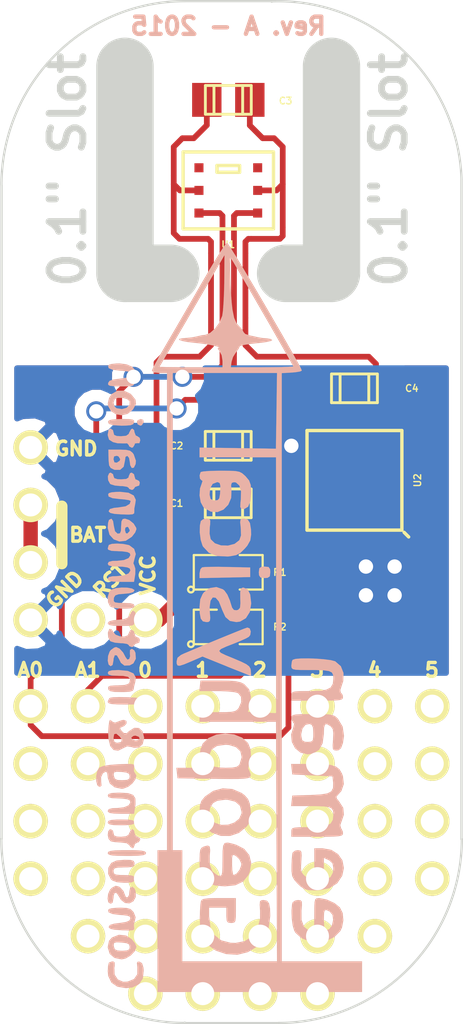
<source format=kicad_pcb>
(kicad_pcb (version 3) (host pcbnew "(2013-07-07 BZR 4022)-stable")

  (general
    (links 23)
    (no_connects 0)
    (area 204.112867 87.999999 231.019933 133.250001)
    (thickness 1.6)
    (drawings 34)
    (tracks 133)
    (zones 0)
    (modules 57)
    (nets 6)
  )

  (page A3)
  (layers
    (15 F.Cu signal)
    (0 B.Cu signal)
    (16 B.Adhes user hide)
    (17 F.Adhes user hide)
    (18 B.Paste user hide)
    (19 F.Paste user hide)
    (20 B.SilkS user hide)
    (21 F.SilkS user)
    (22 B.Mask user hide)
    (23 F.Mask user hide)
    (24 Dwgs.User user)
    (25 Cmts.User user)
    (26 Eco1.User user)
    (27 Eco2.User user)
    (28 Edge.Cuts user)
  )

  (setup
    (last_trace_width 0.635)
    (user_trace_width 0.635)
    (user_trace_width 1.27)
    (user_trace_width 1.905)
    (user_trace_width 2.54)
    (trace_clearance 0.254)
    (zone_clearance 0.508)
    (zone_45_only no)
    (trace_min 0.254)
    (segment_width 0.5)
    (edge_width 0.1)
    (via_size 0.889)
    (via_drill 0.635)
    (via_min_size 0.889)
    (via_min_drill 0.508)
    (uvia_size 0.508)
    (uvia_drill 0.127)
    (uvias_allowed no)
    (uvia_min_size 0.508)
    (uvia_min_drill 0.127)
    (pcb_text_width 0.3)
    (pcb_text_size 1.5 1.5)
    (mod_edge_width 0.15)
    (mod_text_size 1 1)
    (mod_text_width 0.15)
    (pad_size 1.524 1.524)
    (pad_drill 1.016)
    (pad_to_mask_clearance 0)
    (aux_axis_origin 0 0)
    (visible_elements 7FFFFFFF)
    (pcbplotparams
      (layerselection 284196865)
      (usegerberextensions true)
      (excludeedgelayer true)
      (linewidth 0.150000)
      (plotframeref false)
      (viasonmask false)
      (mode 1)
      (useauxorigin false)
      (hpglpennumber 1)
      (hpglpenspeed 20)
      (hpglpendiameter 15)
      (hpglpenoverlay 2)
      (psnegative false)
      (psa4output false)
      (plotreference true)
      (plotvalue true)
      (plotothertext true)
      (plotinvisibletext false)
      (padsonsilk false)
      (subtractmaskfromsilk false)
      (outputformat 1)
      (mirror false)
      (drillshape 0)
      (scaleselection 1)
      (outputdirectory ../Gerbers/))
  )

  (net 0 "")
  (net 1 +3.3V)
  (net 2 +BATT)
  (net 3 GND)
  (net 4 SCL)
  (net 5 SDA)

  (net_class Default "This is the default net class."
    (clearance 0.254)
    (trace_width 0.254)
    (via_dia 0.889)
    (via_drill 0.635)
    (uvia_dia 0.508)
    (uvia_drill 0.127)
    (add_net "")
    (add_net +3.3V)
    (add_net +BATT)
    (add_net GND)
    (add_net SCL)
    (add_net SDA)
  )

  (module Pin_Single (layer F.Cu) (tedit 54D2CA69) (tstamp 54D40736)
    (at 213.7564 131.8984)
    (descr "Connecteurs 2 pins")
    (tags "CONN DEV")
    (fp_text reference Pin_Single (at 0 -1.905) (layer F.SilkS) hide
      (effects (font (size 0.762 0.762) (thickness 0.1524)))
    )
    (fp_text value Val** (at 0 -1.905) (layer F.SilkS) hide
      (effects (font (size 0.762 0.762) (thickness 0.1524)))
    )
    (pad 1 thru_hole circle (at 0 0) (size 1.524 1.524) (drill 1.016)
      (layers *.Cu *.Mask F.SilkS)
    )
    (model pin_array/pins_array_2x1.wrl
      (at (xyz 0 0 0))
      (scale (xyz 1 1 1))
      (rotate (xyz 0 0 0))
    )
  )

  (module Pin_Single (layer F.Cu) (tedit 54D2CA69) (tstamp 54D40726)
    (at 216.2964 131.8984)
    (descr "Connecteurs 2 pins")
    (tags "CONN DEV")
    (fp_text reference Pin_Single (at 0 -1.905) (layer F.SilkS) hide
      (effects (font (size 0.762 0.762) (thickness 0.1524)))
    )
    (fp_text value Val** (at 0 -1.905) (layer F.SilkS) hide
      (effects (font (size 0.762 0.762) (thickness 0.1524)))
    )
    (pad 1 thru_hole circle (at 0 0) (size 1.524 1.524) (drill 1.016)
      (layers *.Cu *.Mask F.SilkS)
    )
    (model pin_array/pins_array_2x1.wrl
      (at (xyz 0 0 0))
      (scale (xyz 1 1 1))
      (rotate (xyz 0 0 0))
    )
  )

  (module Pin_Single (layer F.Cu) (tedit 54D2CA69) (tstamp 54D40722)
    (at 218.8364 131.8984)
    (descr "Connecteurs 2 pins")
    (tags "CONN DEV")
    (fp_text reference Pin_Single (at 0 -1.905) (layer F.SilkS) hide
      (effects (font (size 0.762 0.762) (thickness 0.1524)))
    )
    (fp_text value Val** (at 0 -1.905) (layer F.SilkS) hide
      (effects (font (size 0.762 0.762) (thickness 0.1524)))
    )
    (pad 1 thru_hole circle (at 0 0) (size 1.524 1.524) (drill 1.016)
      (layers *.Cu *.Mask F.SilkS)
    )
    (model pin_array/pins_array_2x1.wrl
      (at (xyz 0 0 0))
      (scale (xyz 1 1 1))
      (rotate (xyz 0 0 0))
    )
  )

  (module Pin_Single (layer F.Cu) (tedit 54D2CA69) (tstamp 54D4071E)
    (at 221.3764 131.8984)
    (descr "Connecteurs 2 pins")
    (tags "CONN DEV")
    (fp_text reference Pin_Single (at 0 -1.905) (layer F.SilkS) hide
      (effects (font (size 0.762 0.762) (thickness 0.1524)))
    )
    (fp_text value Val** (at 0 -1.905) (layer F.SilkS) hide
      (effects (font (size 0.762 0.762) (thickness 0.1524)))
    )
    (pad 1 thru_hole circle (at 0 0) (size 1.524 1.524) (drill 1.016)
      (layers *.Cu *.Mask F.SilkS)
    )
    (model pin_array/pins_array_2x1.wrl
      (at (xyz 0 0 0))
      (scale (xyz 1 1 1))
      (rotate (xyz 0 0 0))
    )
  )

  (module Pin_Single (layer F.Cu) (tedit 54D2CA69) (tstamp 54D406FF)
    (at 223.9164 129.3584)
    (descr "Connecteurs 2 pins")
    (tags "CONN DEV")
    (fp_text reference Pin_Single (at 0 -1.905) (layer F.SilkS) hide
      (effects (font (size 0.762 0.762) (thickness 0.1524)))
    )
    (fp_text value Val** (at 0 -1.905) (layer F.SilkS) hide
      (effects (font (size 0.762 0.762) (thickness 0.1524)))
    )
    (pad 1 thru_hole circle (at 0 0) (size 1.524 1.524) (drill 1.016)
      (layers *.Cu *.Mask F.SilkS)
    )
    (model pin_array/pins_array_2x1.wrl
      (at (xyz 0 0 0))
      (scale (xyz 1 1 1))
      (rotate (xyz 0 0 0))
    )
  )

  (module Pin_Single (layer F.Cu) (tedit 54D2CA69) (tstamp 54D406FB)
    (at 221.3764 129.3584)
    (descr "Connecteurs 2 pins")
    (tags "CONN DEV")
    (fp_text reference Pin_Single (at 0 -1.905) (layer F.SilkS) hide
      (effects (font (size 0.762 0.762) (thickness 0.1524)))
    )
    (fp_text value Val** (at 0 -1.905) (layer F.SilkS) hide
      (effects (font (size 0.762 0.762) (thickness 0.1524)))
    )
    (pad 1 thru_hole circle (at 0 0) (size 1.524 1.524) (drill 1.016)
      (layers *.Cu *.Mask F.SilkS)
    )
    (model pin_array/pins_array_2x1.wrl
      (at (xyz 0 0 0))
      (scale (xyz 1 1 1))
      (rotate (xyz 0 0 0))
    )
  )

  (module Pin_Single (layer F.Cu) (tedit 54D2CA69) (tstamp 54D406EB)
    (at 216.2964 129.3584)
    (descr "Connecteurs 2 pins")
    (tags "CONN DEV")
    (fp_text reference Pin_Single (at 0 -1.905) (layer F.SilkS) hide
      (effects (font (size 0.762 0.762) (thickness 0.1524)))
    )
    (fp_text value Val** (at 0 -1.905) (layer F.SilkS) hide
      (effects (font (size 0.762 0.762) (thickness 0.1524)))
    )
    (pad 1 thru_hole circle (at 0 0) (size 1.524 1.524) (drill 1.016)
      (layers *.Cu *.Mask F.SilkS)
    )
    (model pin_array/pins_array_2x1.wrl
      (at (xyz 0 0 0))
      (scale (xyz 1 1 1))
      (rotate (xyz 0 0 0))
    )
  )

  (module Pin_Single (layer F.Cu) (tedit 54D2CA69) (tstamp 54D406E7)
    (at 218.8364 129.3584)
    (descr "Connecteurs 2 pins")
    (tags "CONN DEV")
    (fp_text reference Pin_Single (at 0 -1.905) (layer F.SilkS) hide
      (effects (font (size 0.762 0.762) (thickness 0.1524)))
    )
    (fp_text value Val** (at 0 -1.905) (layer F.SilkS) hide
      (effects (font (size 0.762 0.762) (thickness 0.1524)))
    )
    (pad 1 thru_hole circle (at 0 0) (size 1.524 1.524) (drill 1.016)
      (layers *.Cu *.Mask F.SilkS)
    )
    (model pin_array/pins_array_2x1.wrl
      (at (xyz 0 0 0))
      (scale (xyz 1 1 1))
      (rotate (xyz 0 0 0))
    )
  )

  (module Pin_Single (layer F.Cu) (tedit 54D2CA69) (tstamp 54D406E3)
    (at 211.2164 129.3584)
    (descr "Connecteurs 2 pins")
    (tags "CONN DEV")
    (fp_text reference Pin_Single (at 0 -1.905) (layer F.SilkS) hide
      (effects (font (size 0.762 0.762) (thickness 0.1524)))
    )
    (fp_text value Val** (at 0 -1.905) (layer F.SilkS) hide
      (effects (font (size 0.762 0.762) (thickness 0.1524)))
    )
    (pad 1 thru_hole circle (at 0 0) (size 1.524 1.524) (drill 1.016)
      (layers *.Cu *.Mask F.SilkS)
    )
    (model pin_array/pins_array_2x1.wrl
      (at (xyz 0 0 0))
      (scale (xyz 1 1 1))
      (rotate (xyz 0 0 0))
    )
  )

  (module Pin_Single (layer F.Cu) (tedit 54D2CA69) (tstamp 54D406DF)
    (at 213.7564 129.3584)
    (descr "Connecteurs 2 pins")
    (tags "CONN DEV")
    (fp_text reference Pin_Single (at 0 -1.905) (layer F.SilkS) hide
      (effects (font (size 0.762 0.762) (thickness 0.1524)))
    )
    (fp_text value Val** (at 0 -1.905) (layer F.SilkS) hide
      (effects (font (size 0.762 0.762) (thickness 0.1524)))
    )
    (pad 1 thru_hole circle (at 0 0) (size 1.524 1.524) (drill 1.016)
      (layers *.Cu *.Mask F.SilkS)
    )
    (model pin_array/pins_array_2x1.wrl
      (at (xyz 0 0 0))
      (scale (xyz 1 1 1))
      (rotate (xyz 0 0 0))
    )
  )

  (module Pin_Single (layer F.Cu) (tedit 54D2CA69) (tstamp 54D406D2)
    (at 223.9164 124.2784)
    (descr "Connecteurs 2 pins")
    (tags "CONN DEV")
    (fp_text reference Pin_Single (at 0 -1.905) (layer F.SilkS) hide
      (effects (font (size 0.762 0.762) (thickness 0.1524)))
    )
    (fp_text value Val** (at 0 -1.905) (layer F.SilkS) hide
      (effects (font (size 0.762 0.762) (thickness 0.1524)))
    )
    (pad 1 thru_hole circle (at 0 0) (size 1.524 1.524) (drill 1.016)
      (layers *.Cu *.Mask F.SilkS)
    )
    (model pin_array/pins_array_2x1.wrl
      (at (xyz 0 0 0))
      (scale (xyz 1 1 1))
      (rotate (xyz 0 0 0))
    )
  )

  (module Pin_Single (layer F.Cu) (tedit 54D2CA69) (tstamp 54D406CE)
    (at 226.4564 124.2784)
    (descr "Connecteurs 2 pins")
    (tags "CONN DEV")
    (fp_text reference Pin_Single (at 0 -1.905) (layer F.SilkS) hide
      (effects (font (size 0.762 0.762) (thickness 0.1524)))
    )
    (fp_text value Val** (at 0 -1.905) (layer F.SilkS) hide
      (effects (font (size 0.762 0.762) (thickness 0.1524)))
    )
    (pad 1 thru_hole circle (at 0 0) (size 1.524 1.524) (drill 1.016)
      (layers *.Cu *.Mask F.SilkS)
    )
    (model pin_array/pins_array_2x1.wrl
      (at (xyz 0 0 0))
      (scale (xyz 1 1 1))
      (rotate (xyz 0 0 0))
    )
  )

  (module Pin_Single (layer F.Cu) (tedit 54D2CA69) (tstamp 54D406CA)
    (at 216.2964 124.2784)
    (descr "Connecteurs 2 pins")
    (tags "CONN DEV")
    (fp_text reference Pin_Single (at 0 -1.905) (layer F.SilkS) hide
      (effects (font (size 0.762 0.762) (thickness 0.1524)))
    )
    (fp_text value Val** (at 0 -1.905) (layer F.SilkS) hide
      (effects (font (size 0.762 0.762) (thickness 0.1524)))
    )
    (pad 1 thru_hole circle (at 0 0) (size 1.524 1.524) (drill 1.016)
      (layers *.Cu *.Mask F.SilkS)
    )
    (model pin_array/pins_array_2x1.wrl
      (at (xyz 0 0 0))
      (scale (xyz 1 1 1))
      (rotate (xyz 0 0 0))
    )
  )

  (module Pin_Single (layer F.Cu) (tedit 54D2CA69) (tstamp 54D406C6)
    (at 213.7564 124.2784)
    (descr "Connecteurs 2 pins")
    (tags "CONN DEV")
    (fp_text reference Pin_Single (at 0 -1.905) (layer F.SilkS) hide
      (effects (font (size 0.762 0.762) (thickness 0.1524)))
    )
    (fp_text value Val** (at 0 -1.905) (layer F.SilkS) hide
      (effects (font (size 0.762 0.762) (thickness 0.1524)))
    )
    (pad 1 thru_hole circle (at 0 0) (size 1.524 1.524) (drill 1.016)
      (layers *.Cu *.Mask F.SilkS)
    )
    (model pin_array/pins_array_2x1.wrl
      (at (xyz 0 0 0))
      (scale (xyz 1 1 1))
      (rotate (xyz 0 0 0))
    )
  )

  (module Pin_Single (layer F.Cu) (tedit 54D2CA69) (tstamp 54D406C2)
    (at 218.8364 124.2784)
    (descr "Connecteurs 2 pins")
    (tags "CONN DEV")
    (fp_text reference Pin_Single (at 0 -1.905) (layer F.SilkS) hide
      (effects (font (size 0.762 0.762) (thickness 0.1524)))
    )
    (fp_text value Val** (at 0 -1.905) (layer F.SilkS) hide
      (effects (font (size 0.762 0.762) (thickness 0.1524)))
    )
    (pad 1 thru_hole circle (at 0 0) (size 1.524 1.524) (drill 1.016)
      (layers *.Cu *.Mask F.SilkS)
    )
    (model pin_array/pins_array_2x1.wrl
      (at (xyz 0 0 0))
      (scale (xyz 1 1 1))
      (rotate (xyz 0 0 0))
    )
  )

  (module Pin_Single (layer F.Cu) (tedit 54D2CA69) (tstamp 54D406BE)
    (at 221.3764 124.2784)
    (descr "Connecteurs 2 pins")
    (tags "CONN DEV")
    (fp_text reference Pin_Single (at 0 -1.905) (layer F.SilkS) hide
      (effects (font (size 0.762 0.762) (thickness 0.1524)))
    )
    (fp_text value Val** (at 0 -1.905) (layer F.SilkS) hide
      (effects (font (size 0.762 0.762) (thickness 0.1524)))
    )
    (pad 1 thru_hole circle (at 0 0) (size 1.524 1.524) (drill 1.016)
      (layers *.Cu *.Mask F.SilkS)
    )
    (model pin_array/pins_array_2x1.wrl
      (at (xyz 0 0 0))
      (scale (xyz 1 1 1))
      (rotate (xyz 0 0 0))
    )
  )

  (module Pin_Single (layer F.Cu) (tedit 54D2CA69) (tstamp 54D406BA)
    (at 211.2164 124.2784)
    (descr "Connecteurs 2 pins")
    (tags "CONN DEV")
    (fp_text reference Pin_Single (at 0 -1.905) (layer F.SilkS) hide
      (effects (font (size 0.762 0.762) (thickness 0.1524)))
    )
    (fp_text value Val** (at 0 -1.905) (layer F.SilkS) hide
      (effects (font (size 0.762 0.762) (thickness 0.1524)))
    )
    (pad 1 thru_hole circle (at 0 0) (size 1.524 1.524) (drill 1.016)
      (layers *.Cu *.Mask F.SilkS)
    )
    (model pin_array/pins_array_2x1.wrl
      (at (xyz 0 0 0))
      (scale (xyz 1 1 1))
      (rotate (xyz 0 0 0))
    )
  )

  (module Pin_Single (layer F.Cu) (tedit 54D2CA69) (tstamp 54D406B6)
    (at 208.6764 124.2784)
    (descr "Connecteurs 2 pins")
    (tags "CONN DEV")
    (fp_text reference Pin_Single (at 0 -1.905) (layer F.SilkS) hide
      (effects (font (size 0.762 0.762) (thickness 0.1524)))
    )
    (fp_text value Val** (at 0 -1.905) (layer F.SilkS) hide
      (effects (font (size 0.762 0.762) (thickness 0.1524)))
    )
    (pad 1 thru_hole circle (at 0 0) (size 1.524 1.524) (drill 1.016)
      (layers *.Cu *.Mask F.SilkS)
    )
    (model pin_array/pins_array_2x1.wrl
      (at (xyz 0 0 0))
      (scale (xyz 1 1 1))
      (rotate (xyz 0 0 0))
    )
  )

  (module Pin_Single (layer F.Cu) (tedit 54D2CA69) (tstamp 54D406B2)
    (at 208.6764 126.8184)
    (descr "Connecteurs 2 pins")
    (tags "CONN DEV")
    (fp_text reference Pin_Single (at 0 -1.905) (layer F.SilkS) hide
      (effects (font (size 0.762 0.762) (thickness 0.1524)))
    )
    (fp_text value Val** (at 0 -1.905) (layer F.SilkS) hide
      (effects (font (size 0.762 0.762) (thickness 0.1524)))
    )
    (pad 1 thru_hole circle (at 0 0) (size 1.524 1.524) (drill 1.016)
      (layers *.Cu *.Mask F.SilkS)
    )
    (model pin_array/pins_array_2x1.wrl
      (at (xyz 0 0 0))
      (scale (xyz 1 1 1))
      (rotate (xyz 0 0 0))
    )
  )

  (module Pin_Single (layer F.Cu) (tedit 54D2CA69) (tstamp 54D406AE)
    (at 211.2164 126.8184)
    (descr "Connecteurs 2 pins")
    (tags "CONN DEV")
    (fp_text reference Pin_Single (at 0 -1.905) (layer F.SilkS) hide
      (effects (font (size 0.762 0.762) (thickness 0.1524)))
    )
    (fp_text value Val** (at 0 -1.905) (layer F.SilkS) hide
      (effects (font (size 0.762 0.762) (thickness 0.1524)))
    )
    (pad 1 thru_hole circle (at 0 0) (size 1.524 1.524) (drill 1.016)
      (layers *.Cu *.Mask F.SilkS)
    )
    (model pin_array/pins_array_2x1.wrl
      (at (xyz 0 0 0))
      (scale (xyz 1 1 1))
      (rotate (xyz 0 0 0))
    )
  )

  (module Pin_Single (layer F.Cu) (tedit 54D2CA69) (tstamp 54D406AA)
    (at 221.3764 126.8184)
    (descr "Connecteurs 2 pins")
    (tags "CONN DEV")
    (fp_text reference Pin_Single (at 0 -1.905) (layer F.SilkS) hide
      (effects (font (size 0.762 0.762) (thickness 0.1524)))
    )
    (fp_text value Val** (at 0 -1.905) (layer F.SilkS) hide
      (effects (font (size 0.762 0.762) (thickness 0.1524)))
    )
    (pad 1 thru_hole circle (at 0 0) (size 1.524 1.524) (drill 1.016)
      (layers *.Cu *.Mask F.SilkS)
    )
    (model pin_array/pins_array_2x1.wrl
      (at (xyz 0 0 0))
      (scale (xyz 1 1 1))
      (rotate (xyz 0 0 0))
    )
  )

  (module Pin_Single (layer F.Cu) (tedit 54D2CA69) (tstamp 54D406A6)
    (at 218.8364 126.8184)
    (descr "Connecteurs 2 pins")
    (tags "CONN DEV")
    (fp_text reference Pin_Single (at 0 -1.905) (layer F.SilkS) hide
      (effects (font (size 0.762 0.762) (thickness 0.1524)))
    )
    (fp_text value Val** (at 0 -1.905) (layer F.SilkS) hide
      (effects (font (size 0.762 0.762) (thickness 0.1524)))
    )
    (pad 1 thru_hole circle (at 0 0) (size 1.524 1.524) (drill 1.016)
      (layers *.Cu *.Mask F.SilkS)
    )
    (model pin_array/pins_array_2x1.wrl
      (at (xyz 0 0 0))
      (scale (xyz 1 1 1))
      (rotate (xyz 0 0 0))
    )
  )

  (module Pin_Single (layer F.Cu) (tedit 54D2CA69) (tstamp 54D406A2)
    (at 213.7564 126.8184)
    (descr "Connecteurs 2 pins")
    (tags "CONN DEV")
    (fp_text reference Pin_Single (at 0 -1.905) (layer F.SilkS) hide
      (effects (font (size 0.762 0.762) (thickness 0.1524)))
    )
    (fp_text value Val** (at 0 -1.905) (layer F.SilkS) hide
      (effects (font (size 0.762 0.762) (thickness 0.1524)))
    )
    (pad 1 thru_hole circle (at 0 0) (size 1.524 1.524) (drill 1.016)
      (layers *.Cu *.Mask F.SilkS)
    )
    (model pin_array/pins_array_2x1.wrl
      (at (xyz 0 0 0))
      (scale (xyz 1 1 1))
      (rotate (xyz 0 0 0))
    )
  )

  (module Pin_Single (layer F.Cu) (tedit 54D2CA69) (tstamp 54D4069E)
    (at 216.2964 126.8184)
    (descr "Connecteurs 2 pins")
    (tags "CONN DEV")
    (fp_text reference Pin_Single (at 0 -1.905) (layer F.SilkS) hide
      (effects (font (size 0.762 0.762) (thickness 0.1524)))
    )
    (fp_text value Val** (at 0 -1.905) (layer F.SilkS) hide
      (effects (font (size 0.762 0.762) (thickness 0.1524)))
    )
    (pad 1 thru_hole circle (at 0 0) (size 1.524 1.524) (drill 1.016)
      (layers *.Cu *.Mask F.SilkS)
    )
    (model pin_array/pins_array_2x1.wrl
      (at (xyz 0 0 0))
      (scale (xyz 1 1 1))
      (rotate (xyz 0 0 0))
    )
  )

  (module Pin_Single (layer F.Cu) (tedit 54D2CA69) (tstamp 54D40692)
    (at 223.9164 126.8184)
    (descr "Connecteurs 2 pins")
    (tags "CONN DEV")
    (fp_text reference Pin_Single (at 0 -1.905) (layer F.SilkS) hide
      (effects (font (size 0.762 0.762) (thickness 0.1524)))
    )
    (fp_text value Val** (at 0 -1.905) (layer F.SilkS) hide
      (effects (font (size 0.762 0.762) (thickness 0.1524)))
    )
    (pad 1 thru_hole circle (at 0 0) (size 1.524 1.524) (drill 1.016)
      (layers *.Cu *.Mask F.SilkS)
    )
    (model pin_array/pins_array_2x1.wrl
      (at (xyz 0 0 0))
      (scale (xyz 1 1 1))
      (rotate (xyz 0 0 0))
    )
  )

  (module Pin_Single (layer F.Cu) (tedit 54D2CA69) (tstamp 54D4068E)
    (at 226.4564 126.8184)
    (descr "Connecteurs 2 pins")
    (tags "CONN DEV")
    (fp_text reference Pin_Single (at 0 -1.905) (layer F.SilkS) hide
      (effects (font (size 0.762 0.762) (thickness 0.1524)))
    )
    (fp_text value Val** (at 0 -1.905) (layer F.SilkS) hide
      (effects (font (size 0.762 0.762) (thickness 0.1524)))
    )
    (pad 1 thru_hole circle (at 0 0) (size 1.524 1.524) (drill 1.016)
      (layers *.Cu *.Mask F.SilkS)
    )
    (model pin_array/pins_array_2x1.wrl
      (at (xyz 0 0 0))
      (scale (xyz 1 1 1))
      (rotate (xyz 0 0 0))
    )
  )

  (module Pin_Single (layer F.Cu) (tedit 54D2CA69) (tstamp 54D40681)
    (at 223.9164 121.7384)
    (descr "Connecteurs 2 pins")
    (tags "CONN DEV")
    (fp_text reference Pin_Single (at 0 -1.905) (layer F.SilkS) hide
      (effects (font (size 0.762 0.762) (thickness 0.1524)))
    )
    (fp_text value Val** (at 0 -1.905) (layer F.SilkS) hide
      (effects (font (size 0.762 0.762) (thickness 0.1524)))
    )
    (pad 1 thru_hole circle (at 0 0) (size 1.524 1.524) (drill 1.016)
      (layers *.Cu *.Mask F.SilkS)
    )
    (model pin_array/pins_array_2x1.wrl
      (at (xyz 0 0 0))
      (scale (xyz 1 1 1))
      (rotate (xyz 0 0 0))
    )
  )

  (module Pin_Single (layer F.Cu) (tedit 54D2CA69) (tstamp 54D4067D)
    (at 226.4564 121.7384)
    (descr "Connecteurs 2 pins")
    (tags "CONN DEV")
    (fp_text reference Pin_Single (at 0 -1.905) (layer F.SilkS) hide
      (effects (font (size 0.762 0.762) (thickness 0.1524)))
    )
    (fp_text value Val** (at 0 -1.905) (layer F.SilkS) hide
      (effects (font (size 0.762 0.762) (thickness 0.1524)))
    )
    (pad 1 thru_hole circle (at 0 0) (size 1.524 1.524) (drill 1.016)
      (layers *.Cu *.Mask F.SilkS)
    )
    (model pin_array/pins_array_2x1.wrl
      (at (xyz 0 0 0))
      (scale (xyz 1 1 1))
      (rotate (xyz 0 0 0))
    )
  )

  (module Pin_Single (layer F.Cu) (tedit 54D2CA69) (tstamp 54D40679)
    (at 216.2964 121.7384)
    (descr "Connecteurs 2 pins")
    (tags "CONN DEV")
    (fp_text reference Pin_Single (at 0 -1.905) (layer F.SilkS) hide
      (effects (font (size 0.762 0.762) (thickness 0.1524)))
    )
    (fp_text value Val** (at 0 -1.905) (layer F.SilkS) hide
      (effects (font (size 0.762 0.762) (thickness 0.1524)))
    )
    (pad 1 thru_hole circle (at 0 0) (size 1.524 1.524) (drill 1.016)
      (layers *.Cu *.Mask F.SilkS)
    )
    (model pin_array/pins_array_2x1.wrl
      (at (xyz 0 0 0))
      (scale (xyz 1 1 1))
      (rotate (xyz 0 0 0))
    )
  )

  (module Pin_Single (layer F.Cu) (tedit 54D2CA69) (tstamp 54D40675)
    (at 213.7564 121.7384)
    (descr "Connecteurs 2 pins")
    (tags "CONN DEV")
    (fp_text reference Pin_Single (at 0 -1.905) (layer F.SilkS) hide
      (effects (font (size 0.762 0.762) (thickness 0.1524)))
    )
    (fp_text value Val** (at 0 -1.905) (layer F.SilkS) hide
      (effects (font (size 0.762 0.762) (thickness 0.1524)))
    )
    (pad 1 thru_hole circle (at 0 0) (size 1.524 1.524) (drill 1.016)
      (layers *.Cu *.Mask F.SilkS)
    )
    (model pin_array/pins_array_2x1.wrl
      (at (xyz 0 0 0))
      (scale (xyz 1 1 1))
      (rotate (xyz 0 0 0))
    )
  )

  (module Pin_Single (layer F.Cu) (tedit 54D2CA69) (tstamp 54D40671)
    (at 218.8364 121.7384)
    (descr "Connecteurs 2 pins")
    (tags "CONN DEV")
    (fp_text reference Pin_Single (at 0 -1.905) (layer F.SilkS) hide
      (effects (font (size 0.762 0.762) (thickness 0.1524)))
    )
    (fp_text value Val** (at 0 -1.905) (layer F.SilkS) hide
      (effects (font (size 0.762 0.762) (thickness 0.1524)))
    )
    (pad 1 thru_hole circle (at 0 0) (size 1.524 1.524) (drill 1.016)
      (layers *.Cu *.Mask F.SilkS)
    )
    (model pin_array/pins_array_2x1.wrl
      (at (xyz 0 0 0))
      (scale (xyz 1 1 1))
      (rotate (xyz 0 0 0))
    )
  )

  (module Pin_Single (layer F.Cu) (tedit 54D2CA69) (tstamp 54D4066D)
    (at 221.3764 121.7384)
    (descr "Connecteurs 2 pins")
    (tags "CONN DEV")
    (fp_text reference Pin_Single (at 0 -1.905) (layer F.SilkS) hide
      (effects (font (size 0.762 0.762) (thickness 0.1524)))
    )
    (fp_text value Val** (at 0 -1.905) (layer F.SilkS) hide
      (effects (font (size 0.762 0.762) (thickness 0.1524)))
    )
    (pad 1 thru_hole circle (at 0 0) (size 1.524 1.524) (drill 1.016)
      (layers *.Cu *.Mask F.SilkS)
    )
    (model pin_array/pins_array_2x1.wrl
      (at (xyz 0 0 0))
      (scale (xyz 1 1 1))
      (rotate (xyz 0 0 0))
    )
  )

  (module Pin_Single (layer F.Cu) (tedit 54D2CA69) (tstamp 54D40669)
    (at 211.2164 121.7384)
    (descr "Connecteurs 2 pins")
    (tags "CONN DEV")
    (fp_text reference Pin_Single (at 0 -1.905) (layer F.SilkS) hide
      (effects (font (size 0.762 0.762) (thickness 0.1524)))
    )
    (fp_text value Val** (at 0 -1.905) (layer F.SilkS) hide
      (effects (font (size 0.762 0.762) (thickness 0.1524)))
    )
    (pad 1 thru_hole circle (at 0 0) (size 1.524 1.524) (drill 1.016)
      (layers *.Cu *.Mask F.SilkS)
    )
    (model pin_array/pins_array_2x1.wrl
      (at (xyz 0 0 0))
      (scale (xyz 1 1 1))
      (rotate (xyz 0 0 0))
    )
  )

  (module Pin_Single (layer F.Cu) (tedit 54D2CA69) (tstamp 54D40665)
    (at 208.6764 121.7384)
    (descr "Connecteurs 2 pins")
    (tags "CONN DEV")
    (fp_text reference Pin_Single (at 0 -1.905) (layer F.SilkS) hide
      (effects (font (size 0.762 0.762) (thickness 0.1524)))
    )
    (fp_text value Val** (at 0 -1.905) (layer F.SilkS) hide
      (effects (font (size 0.762 0.762) (thickness 0.1524)))
    )
    (pad 1 thru_hole circle (at 0 0) (size 1.524 1.524) (drill 1.016)
      (layers *.Cu *.Mask F.SilkS)
    )
    (model pin_array/pins_array_2x1.wrl
      (at (xyz 0 0 0))
      (scale (xyz 1 1 1))
      (rotate (xyz 0 0 0))
    )
  )

  (module Pin_Single (layer F.Cu) (tedit 54D2CA69) (tstamp 54D40607)
    (at 221.3764 119.1984)
    (descr "Connecteurs 2 pins")
    (tags "CONN DEV")
    (fp_text reference Pin_Single (at 0 -1.905) (layer F.SilkS) hide
      (effects (font (size 0.762 0.762) (thickness 0.1524)))
    )
    (fp_text value Val** (at 0 -1.905) (layer F.SilkS) hide
      (effects (font (size 0.762 0.762) (thickness 0.1524)))
    )
    (pad 1 thru_hole circle (at 0 0) (size 1.524 1.524) (drill 1.016)
      (layers *.Cu *.Mask F.SilkS)
    )
    (model pin_array/pins_array_2x1.wrl
      (at (xyz 0 0 0))
      (scale (xyz 1 1 1))
      (rotate (xyz 0 0 0))
    )
  )

  (module Pin_Single (layer F.Cu) (tedit 54D2CA69) (tstamp 54D40603)
    (at 218.8364 119.1984)
    (descr "Connecteurs 2 pins")
    (tags "CONN DEV")
    (fp_text reference Pin_Single (at 0 -1.905) (layer F.SilkS) hide
      (effects (font (size 0.762 0.762) (thickness 0.1524)))
    )
    (fp_text value Val** (at 0 -1.905) (layer F.SilkS) hide
      (effects (font (size 0.762 0.762) (thickness 0.1524)))
    )
    (pad 1 thru_hole circle (at 0 0) (size 1.524 1.524) (drill 1.016)
      (layers *.Cu *.Mask F.SilkS)
    )
    (model pin_array/pins_array_2x1.wrl
      (at (xyz 0 0 0))
      (scale (xyz 1 1 1))
      (rotate (xyz 0 0 0))
    )
  )

  (module Pin_Single (layer F.Cu) (tedit 54D2CA69) (tstamp 54D405FF)
    (at 213.7564 119.1984)
    (descr "Connecteurs 2 pins")
    (tags "CONN DEV")
    (fp_text reference Pin_Single (at 0 -1.905) (layer F.SilkS) hide
      (effects (font (size 0.762 0.762) (thickness 0.1524)))
    )
    (fp_text value Val** (at 0 -1.905) (layer F.SilkS) hide
      (effects (font (size 0.762 0.762) (thickness 0.1524)))
    )
    (pad 1 thru_hole circle (at 0 0) (size 1.524 1.524) (drill 1.016)
      (layers *.Cu *.Mask F.SilkS)
    )
    (model pin_array/pins_array_2x1.wrl
      (at (xyz 0 0 0))
      (scale (xyz 1 1 1))
      (rotate (xyz 0 0 0))
    )
  )

  (module Pin_Single (layer F.Cu) (tedit 54D2CA69) (tstamp 54D405FB)
    (at 216.2964 119.1984)
    (descr "Connecteurs 2 pins")
    (tags "CONN DEV")
    (fp_text reference Pin_Single (at 0 -1.905) (layer F.SilkS) hide
      (effects (font (size 0.762 0.762) (thickness 0.1524)))
    )
    (fp_text value Val** (at 0 -1.905) (layer F.SilkS) hide
      (effects (font (size 0.762 0.762) (thickness 0.1524)))
    )
    (pad 1 thru_hole circle (at 0 0) (size 1.524 1.524) (drill 1.016)
      (layers *.Cu *.Mask F.SilkS)
    )
    (model pin_array/pins_array_2x1.wrl
      (at (xyz 0 0 0))
      (scale (xyz 1 1 1))
      (rotate (xyz 0 0 0))
    )
  )

  (module Pin_Single (layer F.Cu) (tedit 54D2CA69) (tstamp 54D405E8)
    (at 223.9164 119.1984)
    (descr "Connecteurs 2 pins")
    (tags "CONN DEV")
    (fp_text reference Pin_Single (at 0 -1.905) (layer F.SilkS) hide
      (effects (font (size 0.762 0.762) (thickness 0.1524)))
    )
    (fp_text value Val** (at 0 -1.905) (layer F.SilkS) hide
      (effects (font (size 0.762 0.762) (thickness 0.1524)))
    )
    (pad 1 thru_hole circle (at 0 0) (size 1.524 1.524) (drill 1.016)
      (layers *.Cu *.Mask F.SilkS)
    )
    (model pin_array/pins_array_2x1.wrl
      (at (xyz 0 0 0))
      (scale (xyz 1 1 1))
      (rotate (xyz 0 0 0))
    )
  )

  (module SM0805 (layer F.Cu) (tedit 54D53555) (tstamp 54D2A7E4)
    (at 217.424 113.284)
    (path /54D27686)
    (attr smd)
    (fp_text reference R1 (at 2.286 0) (layer F.SilkS)
      (effects (font (size 0.3 0.3) (thickness 0.06096)))
    )
    (fp_text value 10K (at 0 0.381) (layer F.SilkS) hide
      (effects (font (size 0.50038 0.50038) (thickness 0.10922)))
    )
    (fp_circle (center -1.651 0.762) (end -1.651 0.635) (layer F.SilkS) (width 0.09906))
    (fp_line (start -0.508 0.762) (end -1.524 0.762) (layer F.SilkS) (width 0.09906))
    (fp_line (start -1.524 0.762) (end -1.524 -0.762) (layer F.SilkS) (width 0.09906))
    (fp_line (start -1.524 -0.762) (end -0.508 -0.762) (layer F.SilkS) (width 0.09906))
    (fp_line (start 0.508 -0.762) (end 1.524 -0.762) (layer F.SilkS) (width 0.09906))
    (fp_line (start 1.524 -0.762) (end 1.524 0.762) (layer F.SilkS) (width 0.09906))
    (fp_line (start 1.524 0.762) (end 0.508 0.762) (layer F.SilkS) (width 0.09906))
    (pad 1 smd rect (at -0.9525 0) (size 0.889 1.397)
      (layers F.Cu F.Paste F.Mask)
      (net 1 +3.3V)
    )
    (pad 2 smd rect (at 0.9525 0) (size 0.889 1.397)
      (layers F.Cu F.Paste F.Mask)
      (net 5 SDA)
    )
    (model smd/chip_cms.wrl
      (at (xyz 0 0 0))
      (scale (xyz 0.1 0.1 0.1))
      (rotate (xyz 0 0 0))
    )
  )

  (module SM0805 (layer F.Cu) (tedit 54D5355D) (tstamp 54D2A7F1)
    (at 217.424 115.697)
    (path /54D27693)
    (attr smd)
    (fp_text reference R2 (at 2.286 0) (layer F.SilkS)
      (effects (font (size 0.3 0.3) (thickness 0.06096)))
    )
    (fp_text value 10K (at 0 0.381) (layer F.SilkS) hide
      (effects (font (size 0.50038 0.50038) (thickness 0.10922)))
    )
    (fp_circle (center -1.651 0.762) (end -1.651 0.635) (layer F.SilkS) (width 0.09906))
    (fp_line (start -0.508 0.762) (end -1.524 0.762) (layer F.SilkS) (width 0.09906))
    (fp_line (start -1.524 0.762) (end -1.524 -0.762) (layer F.SilkS) (width 0.09906))
    (fp_line (start -1.524 -0.762) (end -0.508 -0.762) (layer F.SilkS) (width 0.09906))
    (fp_line (start 0.508 -0.762) (end 1.524 -0.762) (layer F.SilkS) (width 0.09906))
    (fp_line (start 1.524 -0.762) (end 1.524 0.762) (layer F.SilkS) (width 0.09906))
    (fp_line (start 1.524 0.762) (end 0.508 0.762) (layer F.SilkS) (width 0.09906))
    (pad 1 smd rect (at -0.9525 0) (size 0.889 1.397)
      (layers F.Cu F.Paste F.Mask)
      (net 1 +3.3V)
    )
    (pad 2 smd rect (at 0.9525 0) (size 0.889 1.397)
      (layers F.Cu F.Paste F.Mask)
      (net 4 SCL)
    )
    (model smd/chip_cms.wrl
      (at (xyz 0 0 0))
      (scale (xyz 0.1 0.1 0.1))
      (rotate (xyz 0 0 0))
    )
  )

  (module HTU21D (layer F.Cu) (tedit 54D5359A) (tstamp 54D2A803)
    (at 217.428 96.412)
    (path /54D2766D)
    (fp_text reference U1 (at -0.004 2.394) (layer F.SilkS)
      (effects (font (size 0.3 0.3) (thickness 0.06096)))
    )
    (fp_text value HTU21D (at 0 3.81) (layer F.SilkS) hide
      (effects (font (size 1 1) (thickness 0.15)))
    )
    (fp_line (start -0.5 -1.1) (end -0.5 -0.8) (layer F.SilkS) (width 0.15))
    (fp_line (start -0.5 -0.8) (end 0.5 -0.8) (layer F.SilkS) (width 0.15))
    (fp_line (start 0.5 -0.8) (end 0.5 -1.1) (layer F.SilkS) (width 0.15))
    (fp_line (start 0.5 -1.1) (end -0.5 -1.1) (layer F.SilkS) (width 0.15))
    (fp_line (start -2 -1.7) (end 2 -1.7) (layer F.SilkS) (width 0.15))
    (fp_line (start 2 -1.7) (end 2 1.7) (layer F.SilkS) (width 0.15))
    (fp_line (start 2 1.7) (end -2 1.7) (layer F.SilkS) (width 0.15))
    (fp_line (start -2 1.7) (end -2 -1.7) (layer F.SilkS) (width 0.15))
    (pad 4 smd rect (at -1.3 -1) (size 0.4 0.4)
      (layers F.Cu F.Paste F.Mask)
    )
    (pad 5 smd rect (at -1.3 0) (size 0.4 0.4)
      (layers F.Cu F.Paste F.Mask)
      (net 1 +3.3V)
    )
    (pad 6 smd rect (at -1.3 1) (size 0.4 0.4)
      (layers F.Cu F.Paste F.Mask)
      (net 4 SCL)
    )
    (pad 3 smd rect (at 1.3 -1) (size 0.4 0.4)
      (layers F.Cu F.Paste F.Mask)
    )
    (pad 2 smd rect (at 1.3 0) (size 0.4 0.4)
      (layers F.Cu F.Paste F.Mask)
      (net 3 GND)
    )
    (pad 1 smd rect (at 1.3 1) (size 0.4 0.4)
      (layers F.Cu F.Paste F.Mask)
      (net 5 SDA)
    )
  )

  (module c_0805 (layer F.Cu) (tedit 54D42BE5) (tstamp 54D2A80F)
    (at 217.428 92.412)
    (descr "SMT capacitor, 0805")
    (path /54D2779B)
    (fp_text reference C3 (at 2.536 0.044) (layer F.SilkS)
      (effects (font (size 0.29972 0.29972) (thickness 0.06096)))
    )
    (fp_text value 0.1U (at 0 0.9906) (layer F.SilkS) hide
      (effects (font (size 0.29972 0.29972) (thickness 0.06096)))
    )
    (fp_line (start 0.635 -0.635) (end 0.635 0.635) (layer F.SilkS) (width 0.127))
    (fp_line (start -0.635 -0.635) (end -0.635 0.6096) (layer F.SilkS) (width 0.127))
    (fp_line (start -1.016 -0.635) (end 1.016 -0.635) (layer F.SilkS) (width 0.127))
    (fp_line (start 1.016 -0.635) (end 1.016 0.635) (layer F.SilkS) (width 0.127))
    (fp_line (start 1.016 0.635) (end -1.016 0.635) (layer F.SilkS) (width 0.127))
    (fp_line (start -1.016 0.635) (end -1.016 -0.635) (layer F.SilkS) (width 0.127))
    (pad 1 smd rect (at 0.9525 0) (size 1.30048 1.4986)
      (layers F.Cu F.Paste F.Mask)
      (net 3 GND)
    )
    (pad 2 smd rect (at -0.9525 0) (size 1.30048 1.4986)
      (layers F.Cu F.Paste F.Mask)
      (net 1 +3.3V)
    )
    (model smd/capacitors/c_0805.wrl
      (at (xyz 0 0 0))
      (scale (xyz 1 1 1))
      (rotate (xyz 0 0 0))
    )
  )

  (module c_0805 (layer F.Cu) (tedit 54D5351F) (tstamp 54D2A81B)
    (at 217.424 110.236 180)
    (descr "SMT capacitor, 0805")
    (path /54D277A8)
    (fp_text reference C1 (at 2.286 0 180) (layer F.SilkS)
      (effects (font (size 0.3 0.3) (thickness 0.06096)))
    )
    (fp_text value 0.1U (at 0 0.9906 180) (layer F.SilkS) hide
      (effects (font (size 0.29972 0.29972) (thickness 0.06096)))
    )
    (fp_line (start 0.635 -0.635) (end 0.635 0.635) (layer F.SilkS) (width 0.127))
    (fp_line (start -0.635 -0.635) (end -0.635 0.6096) (layer F.SilkS) (width 0.127))
    (fp_line (start -1.016 -0.635) (end 1.016 -0.635) (layer F.SilkS) (width 0.127))
    (fp_line (start 1.016 -0.635) (end 1.016 0.635) (layer F.SilkS) (width 0.127))
    (fp_line (start 1.016 0.635) (end -1.016 0.635) (layer F.SilkS) (width 0.127))
    (fp_line (start -1.016 0.635) (end -1.016 -0.635) (layer F.SilkS) (width 0.127))
    (pad 1 smd rect (at 0.9525 0 180) (size 1.30048 1.4986)
      (layers F.Cu F.Paste F.Mask)
      (net 1 +3.3V)
    )
    (pad 2 smd rect (at -0.9525 0 180) (size 1.30048 1.4986)
      (layers F.Cu F.Paste F.Mask)
      (net 3 GND)
    )
    (model smd/capacitors/c_0805.wrl
      (at (xyz 0 0 0))
      (scale (xyz 1 1 1))
      (rotate (xyz 0 0 0))
    )
  )

  (module c_0805 (layer F.Cu) (tedit 54D5352E) (tstamp 54D2A827)
    (at 217.424 107.696 180)
    (descr "SMT capacitor, 0805")
    (path /54D277AE)
    (fp_text reference C2 (at 2.286 0 180) (layer F.SilkS)
      (effects (font (size 0.3 0.3) (thickness 0.06096)))
    )
    (fp_text value 0.1U (at 0 0.9906 180) (layer F.SilkS) hide
      (effects (font (size 0.29972 0.29972) (thickness 0.06096)))
    )
    (fp_line (start 0.635 -0.635) (end 0.635 0.635) (layer F.SilkS) (width 0.127))
    (fp_line (start -0.635 -0.635) (end -0.635 0.6096) (layer F.SilkS) (width 0.127))
    (fp_line (start -1.016 -0.635) (end 1.016 -0.635) (layer F.SilkS) (width 0.127))
    (fp_line (start 1.016 -0.635) (end 1.016 0.635) (layer F.SilkS) (width 0.127))
    (fp_line (start 1.016 0.635) (end -1.016 0.635) (layer F.SilkS) (width 0.127))
    (fp_line (start -1.016 0.635) (end -1.016 -0.635) (layer F.SilkS) (width 0.127))
    (pad 1 smd rect (at 0.9525 0 180) (size 1.30048 1.4986)
      (layers F.Cu F.Paste F.Mask)
      (net 1 +3.3V)
    )
    (pad 2 smd rect (at -0.9525 0 180) (size 1.30048 1.4986)
      (layers F.Cu F.Paste F.Mask)
      (net 3 GND)
    )
    (model smd/capacitors/c_0805.wrl
      (at (xyz 0 0 0))
      (scale (xyz 1 1 1))
      (rotate (xyz 0 0 0))
    )
  )

  (module c_0805 (layer F.Cu) (tedit 54D53570) (tstamp 54D2A833)
    (at 223.012 105.156 180)
    (descr "SMT capacitor, 0805")
    (path /54D277D4)
    (fp_text reference C4 (at -2.54 0 180) (layer F.SilkS)
      (effects (font (size 0.3 0.3) (thickness 0.06096)))
    )
    (fp_text value 10U (at 0 0.9906 180) (layer F.SilkS) hide
      (effects (font (size 0.29972 0.29972) (thickness 0.06096)))
    )
    (fp_line (start 0.635 -0.635) (end 0.635 0.635) (layer F.SilkS) (width 0.127))
    (fp_line (start -0.635 -0.635) (end -0.635 0.6096) (layer F.SilkS) (width 0.127))
    (fp_line (start -1.016 -0.635) (end 1.016 -0.635) (layer F.SilkS) (width 0.127))
    (fp_line (start 1.016 -0.635) (end 1.016 0.635) (layer F.SilkS) (width 0.127))
    (fp_line (start 1.016 0.635) (end -1.016 0.635) (layer F.SilkS) (width 0.127))
    (fp_line (start -1.016 0.635) (end -1.016 -0.635) (layer F.SilkS) (width 0.127))
    (pad 1 smd rect (at 0.9525 0 180) (size 1.30048 1.4986)
      (layers F.Cu F.Paste F.Mask)
      (net 1 +3.3V)
    )
    (pad 2 smd rect (at -0.9525 0 180) (size 1.30048 1.4986)
      (layers F.Cu F.Paste F.Mask)
      (net 3 GND)
    )
    (model smd/capacitors/c_0805.wrl
      (at (xyz 0 0 0))
      (scale (xyz 1 1 1))
      (rotate (xyz 0 0 0))
    )
  )

  (module BMP180 (layer F.Cu) (tedit 54D53586) (tstamp 54D2A843)
    (at 223.012 109.22 270)
    (path /54D2765E)
    (fp_text reference U2 (at 0 -2.794 270) (layer F.SilkS)
      (effects (font (size 0.3 0.3) (thickness 0.06096)))
    )
    (fp_text value BMP180 (at 3.048 0.127 360) (layer F.SilkS) hide
      (effects (font (size 1 1) (thickness 0.15)))
    )
    (fp_line (start 2.3 -2.2) (end 2.5 -2.4) (layer F.SilkS) (width 0.15))
    (fp_line (start 2.2 -2.1) (end 2.2 2.1) (layer F.SilkS) (width 0.15))
    (fp_line (start 2.2 2.1) (end -2.2 2.1) (layer F.SilkS) (width 0.15))
    (fp_line (start -2.2 2.1) (end -2.2 -2.1) (layer F.SilkS) (width 0.15))
    (fp_line (start -2.2 -2.1) (end 2.2 -2.1) (layer F.SilkS) (width 0.15))
    (pad 1 smd rect (at 1.5 -1.45 270) (size 0.6 0.5)
      (layers F.Cu F.Paste F.Mask)
    )
    (pad 2 smd rect (at 0 -1.45 270) (size 0.6 0.5)
      (layers F.Cu F.Paste F.Mask)
      (net 1 +3.3V)
    )
    (pad 3 smd rect (at -1.5 -1.45 270) (size 0.6 0.5)
      (layers F.Cu F.Paste F.Mask)
      (net 1 +3.3V)
    )
    (pad 4 smd rect (at -1.5 1.45 270) (size 0.6 0.5)
      (layers F.Cu F.Paste F.Mask)
    )
    (pad 5 smd rect (at 0 1.45 270) (size 0.6 0.5)
      (layers F.Cu F.Paste F.Mask)
      (net 4 SCL)
    )
    (pad 6 smd rect (at 1.5 1.45 270) (size 0.6 0.5)
      (layers F.Cu F.Paste F.Mask)
      (net 5 SDA)
    )
    (pad 7 smd rect (at 1.5 0 270) (size 0.5 0.6)
      (layers F.Cu F.Paste F.Mask)
      (net 3 GND)
    )
  )

  (module Pin_Single (layer F.Cu) (tedit 54D42BD5) (tstamp 54D3A856)
    (at 208.6764 115.3884)
    (descr "Connecteurs 2 pins")
    (tags "CONN DEV")
    (path /54D280E6)
    (fp_text reference P7 (at 0 -1.905) (layer F.SilkS) hide
      (effects (font (size 0.762 0.762) (thickness 0.1524)))
    )
    (fp_text value CONN_1 (at 0 -1.905) (layer F.SilkS) hide
      (effects (font (size 0.762 0.762) (thickness 0.1524)))
    )
    (pad 1 thru_hole circle (at 0 0) (size 1.524 1.524) (drill 1.016)
      (layers *.Cu *.Mask F.SilkS)
      (net 3 GND)
    )
    (model pin_array/pins_array_2x1.wrl
      (at (xyz 0 0 0))
      (scale (xyz 1 1 1))
      (rotate (xyz 0 0 0))
    )
  )

  (module Pin_Single (layer F.Cu) (tedit 54D53187) (tstamp 54D531F3)
    (at 208.6764 112.8484)
    (descr "Connecteurs 2 pins")
    (tags "CONN DEV")
    (path /54D280F3)
    (fp_text reference P6 (at 0 -1.905) (layer F.SilkS) hide
      (effects (font (size 0.762 0.762) (thickness 0.1524)))
    )
    (fp_text value CONN_1 (at 0 -1.905) (layer F.SilkS) hide
      (effects (font (size 0.762 0.762) (thickness 0.1524)))
    )
    (pad 1 thru_hole circle (at 0 0) (size 1.524 1.524) (drill 1.016)
      (layers *.Cu *.Mask F.SilkS)
      (net 2 +BATT)
    )
    (model pin_array/pins_array_2x1.wrl
      (at (xyz 0 0 0))
      (scale (xyz 1 1 1))
      (rotate (xyz 0 0 0))
    )
  )

  (module Pin_Single (layer F.Cu) (tedit 54D5317E) (tstamp 54D3A860)
    (at 208.6764 107.7684)
    (descr "Connecteurs 2 pins")
    (tags "CONN DEV")
    (path /54D280F9)
    (fp_text reference P5 (at 0 -1.905) (layer F.SilkS) hide
      (effects (font (size 0.762 0.762) (thickness 0.1524)))
    )
    (fp_text value CONN_1 (at 0 -1.905) (layer F.SilkS) hide
      (effects (font (size 0.762 0.762) (thickness 0.1524)))
    )
    (pad 1 thru_hole circle (at 0 0) (size 1.524 1.524) (drill 1.016)
      (layers *.Cu *.Mask F.SilkS)
      (net 3 GND)
    )
    (model pin_array/pins_array_2x1.wrl
      (at (xyz 0 0 0))
      (scale (xyz 1 1 1))
      (rotate (xyz 0 0 0))
    )
  )

  (module Pin_Single (layer F.Cu) (tedit 54D53182) (tstamp 54D3A865)
    (at 208.6764 110.3084)
    (descr "Connecteurs 2 pins")
    (tags "CONN DEV")
    (path /54D280FF)
    (fp_text reference P4 (at 0 -1.905) (layer F.SilkS) hide
      (effects (font (size 0.762 0.762) (thickness 0.1524)))
    )
    (fp_text value CONN_1 (at 0 -1.905) (layer F.SilkS) hide
      (effects (font (size 0.762 0.762) (thickness 0.1524)))
    )
    (pad 1 thru_hole circle (at 0 0) (size 1.524 1.524) (drill 1.016)
      (layers *.Cu *.Mask F.SilkS)
      (net 2 +BATT)
    )
    (model pin_array/pins_array_2x1.wrl
      (at (xyz 0 0 0))
      (scale (xyz 1 1 1))
      (rotate (xyz 0 0 0))
    )
  )

  (module Pin_Single (layer F.Cu) (tedit 54D42BCF) (tstamp 54D3A86A)
    (at 213.7564 115.3884)
    (descr "Connecteurs 2 pins")
    (tags "CONN DEV")
    (path /54D28105)
    (fp_text reference P3 (at 0 -1.905) (layer F.SilkS) hide
      (effects (font (size 0.762 0.762) (thickness 0.1524)))
    )
    (fp_text value CONN_1 (at 0 -1.905) (layer F.SilkS) hide
      (effects (font (size 0.762 0.762) (thickness 0.1524)))
    )
    (pad 1 thru_hole circle (at 0 0) (size 1.524 1.524) (drill 1.016)
      (layers *.Cu *.Mask F.SilkS)
      (net 1 +3.3V)
    )
    (model pin_array/pins_array_2x1.wrl
      (at (xyz 0 0 0))
      (scale (xyz 1 1 1))
      (rotate (xyz 0 0 0))
    )
  )

  (module Pin_Single (layer F.Cu) (tedit 54D42BBD) (tstamp 54D3A86F)
    (at 208.6764 119.1984)
    (descr "Connecteurs 2 pins")
    (tags "CONN DEV")
    (path /54D2810B)
    (fp_text reference P2 (at 0 -1.905) (layer F.SilkS) hide
      (effects (font (size 0.762 0.762) (thickness 0.1524)))
    )
    (fp_text value CONN_1 (at 0 -1.905) (layer F.SilkS) hide
      (effects (font (size 0.762 0.762) (thickness 0.1524)))
    )
    (pad 1 thru_hole circle (at 0 0) (size 1.524 1.524) (drill 1.016)
      (layers *.Cu *.Mask F.SilkS)
      (net 5 SDA)
    )
    (model pin_array/pins_array_2x1.wrl
      (at (xyz 0 0 0))
      (scale (xyz 1 1 1))
      (rotate (xyz 0 0 0))
    )
  )

  (module Pin_Single (layer F.Cu) (tedit 54D42BC2) (tstamp 54D3A874)
    (at 211.2164 119.1984)
    (descr "Connecteurs 2 pins")
    (tags "CONN DEV")
    (path /54D28111)
    (fp_text reference P1 (at 0 -1.905) (layer F.SilkS) hide
      (effects (font (size 0.762 0.762) (thickness 0.1524)))
    )
    (fp_text value CONN_1 (at 0 -1.905) (layer F.SilkS) hide
      (effects (font (size 0.762 0.762) (thickness 0.1524)))
    )
    (pad 1 thru_hole circle (at 0 0) (size 1.524 1.524) (drill 1.016)
      (layers *.Cu *.Mask F.SilkS)
      (net 4 SCL)
    )
    (model pin_array/pins_array_2x1.wrl
      (at (xyz 0 0 0))
      (scale (xyz 1 1 1))
      (rotate (xyz 0 0 0))
    )
  )

  (module Pin_Single (layer F.Cu) (tedit 54D2CA69) (tstamp 54D405CC)
    (at 226.4564 119.1984)
    (descr "Connecteurs 2 pins")
    (tags "CONN DEV")
    (fp_text reference Pin_Single (at 0 -1.905) (layer F.SilkS) hide
      (effects (font (size 0.762 0.762) (thickness 0.1524)))
    )
    (fp_text value Val** (at 0 -1.905) (layer F.SilkS) hide
      (effects (font (size 0.762 0.762) (thickness 0.1524)))
    )
    (pad 1 thru_hole circle (at 0 0) (size 1.524 1.524) (drill 1.016)
      (layers *.Cu *.Mask F.SilkS)
    )
    (model pin_array/pins_array_2x1.wrl
      (at (xyz 0 0 0))
      (scale (xyz 1 1 1))
      (rotate (xyz 0 0 0))
    )
  )

  (module Pin_Single (layer F.Cu) (tedit 54D42BC7) (tstamp 54D40968)
    (at 211.2164 115.3884)
    (descr "Connecteurs 2 pins")
    (tags "CONN DEV")
    (fp_text reference Pin_Single (at 0 -1.905) (layer F.SilkS) hide
      (effects (font (size 0.762 0.762) (thickness 0.1524)))
    )
    (fp_text value Val** (at 0 -1.905) (layer F.SilkS) hide
      (effects (font (size 0.762 0.762) (thickness 0.1524)))
    )
    (pad 1 thru_hole circle (at 0 0) (size 1.524 1.524) (drill 1.016)
      (layers *.Cu *.Mask F.SilkS)
    )
    (model pin_array/pins_array_2x1.wrl
      (at (xyz 0 0 0))
      (scale (xyz 1 1 1))
      (rotate (xyz 0 0 0))
    )
  )

  (module LOGO (layer B.Cu) (tedit 0) (tstamp 54D53254)
    (at 217.424 115.062 270)
    (fp_text reference G*** (at 0 -7.95782 270) (layer B.SilkS) hide
      (effects (font (size 1.524 1.524) (thickness 0.3048)) (justify mirror))
    )
    (fp_text value LOGO (at 0 7.95782 270) (layer B.SilkS) hide
      (effects (font (size 1.524 1.524) (thickness 0.3048)) (justify mirror))
    )
    (fp_poly (pts (xy 7.78764 4.71932) (xy 7.72414 5.02666) (xy 7.55396 5.24256) (xy 7.40664 5.29336)
      (xy 7.40664 4.699) (xy 7.39394 4.47802) (xy 7.33552 4.37896) (xy 7.239 4.36118)
      (xy 7.12724 4.38912) (xy 7.06882 4.5085) (xy 7.04088 4.72694) (xy 7.03326 4.953)
      (xy 7.06628 5.0546) (xy 7.15772 5.07238) (xy 7.21106 5.06476) (xy 7.33806 5.02158)
      (xy 7.39648 4.90728) (xy 7.40664 4.699) (xy 7.40664 5.29336) (xy 7.30504 5.33146)
      (xy 7.27456 5.334) (xy 7.0993 5.35432) (xy 7.02564 5.40766) (xy 7.0993 5.54736)
      (xy 7.27456 5.62864) (xy 7.48284 5.62356) (xy 7.64794 5.60832) (xy 7.70128 5.68452)
      (xy 7.70382 5.70484) (xy 7.63016 5.79628) (xy 7.45236 5.842) (xy 7.2263 5.84454)
      (xy 7.00786 5.79882) (xy 6.85292 5.70992) (xy 6.8453 5.7023) (xy 6.77926 5.53466)
      (xy 6.72846 5.22732) (xy 6.70052 4.84378) (xy 6.68782 4.4958) (xy 6.69036 4.28498)
      (xy 6.71576 4.18338) (xy 6.7691 4.15544) (xy 6.84784 4.17068) (xy 7.00786 4.17576)
      (xy 7.0739 4.1402) (xy 7.19836 4.06654) (xy 7.366 4.10718) (xy 7.54634 4.23926)
      (xy 7.6962 4.42468) (xy 7.78002 4.64058) (xy 7.78764 4.71932) (xy 7.78764 4.71932)) (layer B.SilkS) (width 0.00254))
    (fp_poly (pts (xy -9.99236 4.74726) (xy -9.99744 5.06222) (xy -10.01776 5.23748) (xy -10.06094 5.31368)
      (xy -10.13968 5.31876) (xy -10.2362 5.25526) (xy -10.29462 5.0927) (xy -10.33018 4.826)
      (xy -10.37082 4.53644) (xy -10.43686 4.3815) (xy -10.5156 4.33324) (xy -10.60196 4.34594)
      (xy -10.65022 4.445) (xy -10.67816 4.66344) (xy -10.68578 4.79298) (xy -10.72642 5.1181)
      (xy -10.79754 5.2959) (xy -10.90168 5.31622) (xy -10.94994 5.27812) (xy -10.98296 5.16636)
      (xy -11.00582 4.94538) (xy -11.00836 4.81076) (xy -10.96518 4.49072) (xy -10.85596 4.24688)
      (xy -10.69594 4.10972) (xy -10.5156 4.10972) (xy -10.3124 4.15544) (xy -10.18286 4.16052)
      (xy -10.0838 4.1656) (xy -10.02538 4.22148) (xy -9.99998 4.35864) (xy -9.99236 4.61772)
      (xy -9.99236 4.74726) (xy -9.99236 4.74726)) (layer B.SilkS) (width 0.00254))
    (fp_poly (pts (xy -8.71728 4.7244) (xy -8.76554 4.98602) (xy -8.90778 5.19938) (xy -8.98906 5.24256)
      (xy -8.98906 4.70662) (xy -9.04494 4.50088) (xy -9.1694 4.37134) (xy -9.33704 4.36372)
      (xy -9.43102 4.47802) (xy -9.48436 4.67868) (xy -9.48436 4.8895) (xy -9.42848 5.02412)
      (xy -9.27354 5.08) (xy -9.10336 5.03428) (xy -9.02716 4.94538) (xy -8.98906 4.70662)
      (xy -8.98906 5.24256) (xy -9.12622 5.3213) (xy -9.23544 5.334) (xy -9.47928 5.27558)
      (xy -9.652 5.16382) (xy -9.79932 4.90982) (xy -9.8044 4.61772) (xy -9.67486 4.33832)
      (xy -9.6139 4.27228) (xy -9.40308 4.10464) (xy -9.21258 4.08432) (xy -8.9916 4.2037)
      (xy -8.94588 4.23926) (xy -8.77316 4.46024) (xy -8.71728 4.7244) (xy -8.71728 4.7244)) (layer B.SilkS) (width 0.00254))
    (fp_poly (pts (xy -8.255 4.73456) (xy -8.27532 5.08254) (xy -8.33374 5.2832) (xy -8.42772 5.32384)
      (xy -8.49376 5.27812) (xy -8.52424 5.1689) (xy -8.54456 4.94284) (xy -8.55218 4.67868)
      (xy -8.5471 4.38404) (xy -8.52424 4.22402) (xy -8.4709 4.16306) (xy -8.40486 4.1656)
      (xy -8.32104 4.20878) (xy -8.27532 4.32562) (xy -8.25754 4.55422) (xy -8.255 4.73456)
      (xy -8.255 4.73456)) (layer B.SilkS) (width 0.00254))
    (fp_poly (pts (xy -7.28218 4.27482) (xy -7.34314 4.38658) (xy -7.39394 4.40182) (xy -7.47522 4.47294)
      (xy -7.47268 4.6355) (xy -7.47776 4.89458) (xy -7.52856 5.10032) (xy -7.63778 5.27558)
      (xy -7.82066 5.33146) (xy -7.874 5.334) (xy -8.07466 5.2959) (xy -8.128 5.207)
      (xy -8.05942 5.10286) (xy -7.96036 5.08) (xy -7.8486 5.04952) (xy -7.80034 4.93268)
      (xy -7.79018 4.7498) (xy -7.8105 4.5212) (xy -7.88924 4.4069) (xy -7.96036 4.37896)
      (xy -8.09752 4.30276) (xy -8.128 4.2418) (xy -8.05942 4.1656) (xy -7.96036 4.14782)
      (xy -7.8232 4.09448) (xy -7.79018 4.02082) (xy -7.71906 3.91922) (xy -7.61238 3.89382)
      (xy -7.48284 3.93192) (xy -7.48284 4.02082) (xy -7.47014 4.13004) (xy -7.40664 4.14782)
      (xy -7.29742 4.2164) (xy -7.28218 4.27482) (xy -7.28218 4.27482)) (layer B.SilkS) (width 0.00254))
    (fp_poly (pts (xy -6.30428 5.02412) (xy -6.31698 5.06222) (xy -6.3881 5.20446) (xy -6.5024 5.27304)
      (xy -6.62178 5.28574) (xy -6.62178 4.93268) (xy -6.7056 4.80568) (xy -6.77418 4.78282)
      (xy -6.89356 4.85394) (xy -6.92658 4.93268) (xy -6.89864 5.05206) (xy -6.77418 5.08)
      (xy -6.63448 5.03682) (xy -6.62178 4.93268) (xy -6.62178 5.28574) (xy -6.71576 5.2959)
      (xy -6.79704 5.29844) (xy -7.19836 5.30606) (xy -7.19836 4.8133) (xy -7.1882 4.52374)
      (xy -7.1501 4.34848) (xy -7.0612 4.23672) (xy -6.98754 4.18338) (xy -6.70814 4.08686)
      (xy -6.55828 4.09956) (xy -6.39826 4.1783) (xy -6.3881 4.27228) (xy -6.51256 4.34086)
      (xy -6.64718 4.3561) (xy -6.8326 4.39166) (xy -6.9215 4.46532) (xy -6.88086 4.5466)
      (xy -6.70814 4.572) (xy -6.44144 4.62788) (xy -6.30428 4.78536) (xy -6.30428 5.02412)
      (xy -6.30428 5.02412)) (layer B.SilkS) (width 0.00254))
    (fp_poly (pts (xy -5.42036 4.27482) (xy -5.46608 4.38912) (xy -5.50418 4.40182) (xy -5.55498 4.47802)
      (xy -5.58546 4.66852) (xy -5.588 4.76758) (xy -5.61086 5.0165) (xy -5.66674 5.19938)
      (xy -5.6896 5.2324) (xy -5.84454 5.31622) (xy -6.02234 5.32892) (xy -6.15442 5.27304)
      (xy -6.18236 5.207) (xy -6.11378 5.10032) (xy -6.0325 5.08) (xy -5.93598 5.0419)
      (xy -5.8928 4.9022) (xy -5.88518 4.74218) (xy -5.90296 4.51612) (xy -5.96392 4.41706)
      (xy -6.0325 4.40182) (xy -6.1595 4.3434) (xy -6.18236 4.27482) (xy -6.11124 4.17068)
      (xy -6.01218 4.14782) (xy -5.88518 4.10718) (xy -5.86486 4.04622) (xy -5.81406 3.94716)
      (xy -5.73786 3.91414) (xy -5.61086 3.94208) (xy -5.588 4.01574) (xy -5.54482 4.13258)
      (xy -5.50418 4.14782) (xy -5.43052 4.2164) (xy -5.42036 4.27482) (xy -5.42036 4.27482)) (layer B.SilkS) (width 0.00254))
    (fp_poly (pts (xy -4.32816 4.40182) (xy -4.33578 4.70408) (xy -4.33578 4.71424) (xy -4.35864 5.03428)
      (xy -4.39928 5.21716) (xy -4.46024 5.28828) (xy -4.48818 5.29082) (xy -4.57454 5.23748)
      (xy -4.62534 5.0546) (xy -4.64312 4.86918) (xy -4.69392 4.54152) (xy -4.8006 4.36118)
      (xy -4.93014 4.318) (xy -4.9657 4.3942) (xy -4.99618 4.59232) (xy -5.01396 4.79806)
      (xy -5.05206 5.12064) (xy -5.12572 5.2959) (xy -5.22986 5.31622) (xy -5.27812 5.27812)
      (xy -5.31114 5.16636) (xy -5.33146 4.94538) (xy -5.334 4.78282) (xy -5.29336 4.41706)
      (xy -5.17144 4.18338) (xy -4.98094 4.09194) (xy -4.8133 4.1148) (xy -4.59232 4.15798)
      (xy -4.46278 4.15798) (xy -4.38404 4.16306) (xy -4.34086 4.23418) (xy -4.32816 4.40182)
      (xy -4.32816 4.40182)) (layer B.SilkS) (width 0.00254))
    (fp_poly (pts (xy -3.13944 4.81838) (xy -3.23342 5.06984) (xy -3.43662 5.25526) (xy -3.7338 5.334)
      (xy -3.75412 5.334) (xy -3.96494 5.31876) (xy -4.0894 5.28066) (xy -4.09448 5.27812)
      (xy -4.14782 5.1689) (xy -4.04368 5.09778) (xy -3.83286 5.06476) (xy -3.59156 5.01142)
      (xy -3.48996 4.9022) (xy -3.48742 4.8895) (xy -3.4925 4.84886) (xy -3.4925 4.46532)
      (xy -3.59664 4.36626) (xy -3.64236 4.36118) (xy -3.76936 4.42722) (xy -3.78968 4.46532)
      (xy -3.75158 4.55168) (xy -3.64236 4.572) (xy -3.50774 4.53136) (xy -3.4925 4.46532)
      (xy -3.4925 4.84886) (xy -3.50012 4.79298) (xy -3.60934 4.7498) (xy -3.80492 4.74218)
      (xy -4.02844 4.72694) (xy -4.13004 4.67106) (xy -4.15036 4.572) (xy -4.08432 4.37642)
      (xy -3.93192 4.18846) (xy -3.7465 4.07416) (xy -3.68046 4.064) (xy -3.53568 4.11988)
      (xy -3.35788 4.25704) (xy -3.34264 4.27228) (xy -3.16992 4.53898) (xy -3.13944 4.81838)
      (xy -3.13944 4.81838)) (layer B.SilkS) (width 0.00254))
    (fp_poly (pts (xy -1.35636 4.75234) (xy -1.36398 5.06984) (xy -1.39192 5.25272) (xy -1.44526 5.32638)
      (xy -1.48336 5.334) (xy -1.56464 5.28828) (xy -1.60274 5.12826) (xy -1.61036 4.91998)
      (xy -1.64338 4.61772) (xy -1.72974 4.41198) (xy -1.8542 4.3307) (xy -1.94564 4.35864)
      (xy -1.9939 4.46532) (xy -2.02692 4.68884) (xy -2.032 4.87172) (xy -2.0447 5.15112)
      (xy -2.08534 5.2959) (xy -2.159 5.334) (xy -2.24028 5.28828) (xy -2.28092 5.12826)
      (xy -2.286 4.91998) (xy -2.31902 4.61772) (xy -2.40538 4.41198) (xy -2.53238 4.3307)
      (xy -2.62128 4.35864) (xy -2.67208 4.46532) (xy -2.70256 4.68884) (xy -2.71018 4.87172)
      (xy -2.72542 5.16382) (xy -2.77368 5.3086) (xy -2.82448 5.334) (xy -2.96672 5.2959)
      (xy -2.99212 5.27812) (xy -3.0353 5.14604) (xy -3.048 4.9149) (xy -3.03022 4.6482)
      (xy -2.9845 4.41452) (xy -2.96926 4.37388) (xy -2.81432 4.1656) (xy -2.58572 4.09194)
      (xy -2.36982 4.15036) (xy -2.17678 4.19862) (xy -2.08534 4.15798) (xy -1.93802 4.11226)
      (xy -1.70942 4.1148) (xy -1.66878 4.11988) (xy -1.35636 4.17068) (xy -1.35636 4.75234)
      (xy -1.35636 4.75234)) (layer B.SilkS) (width 0.00254))
    (fp_poly (pts (xy -0.17018 4.64058) (xy -0.18796 4.92506) (xy -0.23114 5.14604) (xy -0.27178 5.2324)
      (xy -0.45466 5.3213) (xy -0.69342 5.33146) (xy -0.90932 5.26796) (xy -1.01346 5.1689)
      (xy -1.07696 4.97332) (xy -1.1049 4.72186) (xy -1.09982 4.46532) (xy -1.06172 4.25704)
      (xy -0.99822 4.1529) (xy -0.98044 4.14782) (xy -0.89916 4.20624) (xy -0.84836 4.3942)
      (xy -0.83058 4.59232) (xy -0.80772 4.85648) (xy -0.75946 4.99618) (xy -0.66802 5.0546)
      (xy -0.61468 5.06476) (xy -0.50546 5.0673) (xy -0.44958 5.00888) (xy -0.42672 4.84886)
      (xy -0.42418 4.62026) (xy -0.41402 4.33578) (xy -0.37338 4.191) (xy -0.29972 4.14782)
      (xy -0.29718 4.14782) (xy -0.22352 4.18846) (xy -0.18288 4.3307) (xy -0.17018 4.60502)
      (xy -0.17018 4.64058) (xy -0.17018 4.64058)) (layer B.SilkS) (width 0.00254))
    (fp_poly (pts (xy 0.59182 4.73456) (xy 0.5842 5.06222) (xy 0.55626 5.25018) (xy 0.50292 5.32638)
      (xy 0.4699 5.334) (xy 0.38862 5.27558) (xy 0.33782 5.08762) (xy 0.32004 4.8895)
      (xy 0.2921 4.61264) (xy 0.23114 4.45516) (xy 0.12192 4.3688) (xy 0.10414 4.36118)
      (xy -0.04064 4.27482) (xy -0.08636 4.21894) (xy -0.02032 4.11734) (xy 0.12192 4.09448)
      (xy 0.1905 4.11988) (xy 0.36068 4.1656) (xy 0.4445 4.16306) (xy 0.5207 4.16814)
      (xy 0.56642 4.24434) (xy 0.58674 4.42468) (xy 0.59182 4.73456) (xy 0.59182 4.73456)) (layer B.SilkS) (width 0.00254))
    (fp_poly (pts (xy 1.524 4.27482) (xy 1.47828 4.38912) (xy 1.43764 4.40182) (xy 1.38684 4.47802)
      (xy 1.35636 4.66852) (xy 1.35382 4.76758) (xy 1.33096 5.0165) (xy 1.27508 5.19938)
      (xy 1.25222 5.2324) (xy 1.08966 5.31368) (xy 0.889 5.32892) (xy 0.7366 5.2705)
      (xy 0.71882 5.24764) (xy 0.74422 5.15874) (xy 0.85344 5.0927) (xy 0.9779 4.98348)
      (xy 1.04902 4.8006) (xy 1.06172 4.60248) (xy 1.00838 4.45262) (xy 0.90932 4.40182)
      (xy 0.78486 4.3434) (xy 0.762 4.27482) (xy 0.83058 4.17068) (xy 0.92964 4.14782)
      (xy 1.05664 4.10718) (xy 1.0795 4.04622) (xy 1.12776 3.94716) (xy 1.2065 3.91414)
      (xy 1.33096 3.94208) (xy 1.35382 4.01574) (xy 1.397 4.13258) (xy 1.43764 4.14782)
      (xy 1.51384 4.2164) (xy 1.524 4.27482) (xy 1.524 4.27482)) (layer B.SilkS) (width 0.00254))
    (fp_poly (pts (xy 2.36982 5.207) (xy 2.2987 5.2959) (xy 2.12852 5.334) (xy 1.91516 5.31876)
      (xy 1.72466 5.25018) (xy 1.65608 5.19938) (xy 1.54686 5.04698) (xy 1.524 4.96062)
      (xy 1.59258 4.81076) (xy 1.7653 4.65328) (xy 1.97358 4.54152) (xy 2.07772 4.46532)
      (xy 2.05232 4.38404) (xy 1.9304 4.3434) (xy 1.81102 4.35356) (xy 1.651 4.34848)
      (xy 1.60274 4.26466) (xy 1.67132 4.15798) (xy 1.778 4.10718) (xy 2.03962 4.0894)
      (xy 2.24536 4.19862) (xy 2.33426 4.36118) (xy 2.34442 4.59486) (xy 2.2225 4.75234)
      (xy 2.06502 4.82854) (xy 1.8923 4.93014) (xy 1.88468 5.02158) (xy 2.032 5.07492)
      (xy 2.11582 5.08) (xy 2.31648 5.1181) (xy 2.36982 5.207) (xy 2.36982 5.207)) (layer B.SilkS) (width 0.00254))
    (fp_poly (pts (xy 3.51282 4.73964) (xy 3.5052 5.04444) (xy 3.47472 5.2197) (xy 3.4163 5.29844)
      (xy 3.3655 5.31622) (xy 3.27914 5.31114) (xy 3.23342 5.22224) (xy 3.21818 5.0165)
      (xy 3.21564 4.88442) (xy 3.2004 4.58724) (xy 3.1496 4.42468) (xy 3.08102 4.3688)
      (xy 2.93116 4.34594) (xy 2.83972 4.4323) (xy 2.79908 4.65074) (xy 2.794 4.87172)
      (xy 2.7813 5.15112) (xy 2.74066 5.2959) (xy 2.667 5.334) (xy 2.5908 5.29336)
      (xy 2.5527 5.15366) (xy 2.54 4.87934) (xy 2.54 4.8387) (xy 2.5781 4.445)
      (xy 2.68986 4.19354) (xy 2.87528 4.0894) (xy 3.0607 4.1148) (xy 3.26898 4.16814)
      (xy 3.38582 4.18592) (xy 3.45694 4.22656) (xy 3.49758 4.36372) (xy 3.51282 4.62534)
      (xy 3.51282 4.73964) (xy 3.51282 4.73964)) (layer B.SilkS) (width 0.00254))
    (fp_poly (pts (xy 4.064 4.52374) (xy 4.05892 4.90728) (xy 4.04368 5.15112) (xy 4.01066 5.2832)
      (xy 3.95732 5.33146) (xy 3.93192 5.334) (xy 3.79222 5.2705) (xy 3.7592 5.2197)
      (xy 3.74142 5.08508) (xy 3.7338 4.83108) (xy 3.73888 4.5085) (xy 3.74142 4.43738)
      (xy 3.7592 4.09448) (xy 3.78968 3.8862) (xy 3.84048 3.77952) (xy 3.91414 3.74142)
      (xy 3.98272 3.74396) (xy 4.0259 3.80492) (xy 4.0513 3.95224) (xy 4.06146 4.2164)
      (xy 4.064 4.52374) (xy 4.064 4.52374)) (layer B.SilkS) (width 0.00254))
    (fp_poly (pts (xy 6.10362 4.87172) (xy 6.07314 5.07746) (xy 5.89788 5.22478) (xy 5.75564 5.2578)
      (xy 5.75564 4.92506) (xy 5.72008 4.74218) (xy 5.65404 4.7244) (xy 5.65404 4.10464)
      (xy 5.6388 4.0132) (xy 5.56514 3.91922) (xy 5.48894 3.95986) (xy 5.4356 4.10718)
      (xy 5.45084 4.19862) (xy 5.5245 4.2926) (xy 5.6007 4.25196) (xy 5.65404 4.10464)
      (xy 5.65404 4.7244) (xy 5.61086 4.71424) (xy 5.48894 4.79552) (xy 5.35178 4.95554)
      (xy 5.3721 5.04952) (xy 5.54482 5.08) (xy 5.71246 5.03682) (xy 5.75564 4.92506)
      (xy 5.75564 5.2578) (xy 5.58038 5.30352) (xy 5.28574 5.31368) (xy 5.00634 5.2959)
      (xy 4.81076 5.26796) (xy 4.73964 5.23494) (xy 4.8006 5.13842) (xy 4.826 5.12064)
      (xy 4.8641 5.00888) (xy 4.826 4.90982) (xy 4.75488 4.71678) (xy 4.73964 4.62026)
      (xy 4.79044 4.50596) (xy 4.89966 4.50088) (xy 5.00888 4.5974) (xy 5.03936 4.66344)
      (xy 5.0927 4.78282) (xy 5.1689 4.76504) (xy 5.24764 4.699) (xy 5.35178 4.58724)
      (xy 5.33654 4.49834) (xy 5.24002 4.3942) (xy 5.0927 4.1656) (xy 5.09778 3.95478)
      (xy 5.24002 3.7973) (xy 5.50926 3.72618) (xy 5.55752 3.72618) (xy 5.81406 3.78714)
      (xy 5.96138 3.95224) (xy 5.97408 4.18338) (xy 5.9436 4.26974) (xy 5.91058 4.47802)
      (xy 5.97662 4.61264) (xy 6.10362 4.87172) (xy 6.10362 4.87172)) (layer B.SilkS) (width 0.00254))
    (fp_poly (pts (xy 8.89 4.75234) (xy 8.87984 5.06984) (xy 8.85444 5.25272) (xy 8.79856 5.32638)
      (xy 8.763 5.334) (xy 8.68172 5.28828) (xy 8.64108 5.12826) (xy 8.636 4.91998)
      (xy 8.60298 4.61772) (xy 8.51662 4.41198) (xy 8.38962 4.3307) (xy 8.30072 4.35864)
      (xy 8.24992 4.46532) (xy 8.21944 4.68884) (xy 8.21182 4.87172) (xy 8.19912 5.15112)
      (xy 8.15848 5.2959) (xy 8.08482 5.334) (xy 8.0137 5.2959) (xy 7.97306 5.16382)
      (xy 7.95782 4.90728) (xy 7.95782 4.78536) (xy 7.97814 4.42722) (xy 8.05688 4.20878)
      (xy 8.21436 4.10972) (xy 8.47344 4.10464) (xy 8.58012 4.11988) (xy 8.89 4.17068)
      (xy 8.89 4.75234) (xy 8.89 4.75234)) (layer B.SilkS) (width 0.00254))
    (fp_poly (pts (xy 9.398 4.74218) (xy 9.39038 5.06222) (xy 9.36244 5.24764) (xy 9.3091 5.32384)
      (xy 9.271 5.334) (xy 9.19988 5.29844) (xy 9.16178 5.17398) (xy 9.144 4.9276)
      (xy 9.144 4.74218) (xy 9.14908 4.4196) (xy 9.17702 4.23418) (xy 9.23036 4.15798)
      (xy 9.271 4.14782) (xy 9.33958 4.18338) (xy 9.37768 4.30784) (xy 9.39546 4.55422)
      (xy 9.398 4.74218) (xy 9.398 4.74218)) (layer B.SilkS) (width 0.00254))
    (fp_poly (pts (xy 10.414 4.23672) (xy 10.34542 4.33832) (xy 10.287 4.37134) (xy 10.19048 4.4958)
      (xy 10.16 4.74218) (xy 10.14476 4.9911) (xy 10.11428 5.1816) (xy 10.10666 5.19938)
      (xy 10.00252 5.2959) (xy 9.83234 5.334) (xy 9.6647 5.31368) (xy 9.57072 5.23494)
      (xy 9.56564 5.207) (xy 9.63676 5.10286) (xy 9.73582 5.08) (xy 9.84758 5.04952)
      (xy 9.89584 4.93268) (xy 9.906 4.7498) (xy 9.88314 4.5212) (xy 9.80694 4.4069)
      (xy 9.73582 4.37896) (xy 9.59866 4.30276) (xy 9.56564 4.2418) (xy 9.63676 4.1656)
      (xy 9.73582 4.14782) (xy 9.87298 4.09448) (xy 9.906 4.02082) (xy 9.97204 3.90906)
      (xy 10.033 3.89382) (xy 10.14476 3.9624) (xy 10.16 4.02082) (xy 10.22604 4.13258)
      (xy 10.287 4.14782) (xy 10.39876 4.19608) (xy 10.414 4.23672) (xy 10.414 4.23672)) (layer B.SilkS) (width 0.00254))
    (fp_poly (pts (xy 10.75182 4.48818) (xy 10.74674 4.88188) (xy 10.7315 5.13588) (xy 10.70102 5.27558)
      (xy 10.65022 5.32892) (xy 10.62482 5.334) (xy 10.5664 5.30606) (xy 10.5283 5.20192)
      (xy 10.50544 4.99872) (xy 10.49782 4.66344) (xy 10.49782 4.48818) (xy 10.50036 4.09194)
      (xy 10.51814 3.83794) (xy 10.54862 3.69824) (xy 10.59688 3.6449) (xy 10.62482 3.63982)
      (xy 10.68324 3.66776) (xy 10.72134 3.7719) (xy 10.74166 3.9751) (xy 10.75182 4.31038)
      (xy 10.75182 4.48818) (xy 10.75182 4.48818)) (layer B.SilkS) (width 0.00254))
    (fp_poly (pts (xy 11.938 4.59994) (xy 11.91514 4.92252) (xy 11.84148 5.12318) (xy 11.78306 5.1943)
      (xy 11.54176 5.31622) (xy 11.27506 5.3086) (xy 11.0617 5.17906) (xy 10.95502 4.94792)
      (xy 10.922 4.58724) (xy 10.92962 4.32562) (xy 10.96518 4.19608) (xy 11.04392 4.15036)
      (xy 11.08964 4.14782) (xy 11.1887 4.16814) (xy 11.2395 4.25704) (xy 11.25728 4.45008)
      (xy 11.25982 4.61518) (xy 11.26744 4.88188) (xy 11.29792 5.02412) (xy 11.36904 5.07492)
      (xy 11.43 5.08) (xy 11.52652 5.05968) (xy 11.57732 4.97078) (xy 11.5951 4.77774)
      (xy 11.59764 4.61518) (xy 11.60526 4.34594) (xy 11.63828 4.2037) (xy 11.70686 4.1529)
      (xy 11.76782 4.14782) (xy 11.86688 4.16814) (xy 11.91768 4.25958) (xy 11.93546 4.4577)
      (xy 11.938 4.59994) (xy 11.938 4.59994)) (layer B.SilkS) (width 0.00254))
    (fp_poly (pts (xy 12.86764 5.207) (xy 12.8016 5.3086) (xy 12.6365 5.34162) (xy 12.43076 5.31622)
      (xy 12.2428 5.2324) (xy 12.1539 5.14604) (xy 12.07008 4.98348) (xy 12.1031 4.84378)
      (xy 12.13866 4.7879) (xy 12.30122 4.63804) (xy 12.43838 4.58724) (xy 12.57554 4.52882)
      (xy 12.57808 4.44754) (xy 12.46632 4.38658) (xy 12.32916 4.37642) (xy 12.1539 4.3434)
      (xy 12.10818 4.25196) (xy 12.19454 4.14782) (xy 12.30884 4.09956) (xy 12.57046 4.09448)
      (xy 12.75842 4.20116) (xy 12.84986 4.37388) (xy 12.83208 4.572) (xy 12.68984 4.75234)
      (xy 12.59332 4.80822) (xy 12.40536 4.9276) (xy 12.37742 5.02158) (xy 12.5095 5.07492)
      (xy 12.61364 5.08) (xy 12.81684 5.1181) (xy 12.86764 5.207) (xy 12.86764 5.207)) (layer B.SilkS) (width 0.00254))
    (fp_poly (pts (xy 14.0462 4.36118) (xy 14.03858 4.63804) (xy 14.03604 4.70916) (xy 14.01318 5.03174)
      (xy 13.97508 5.21462) (xy 13.91412 5.28574) (xy 13.88364 5.29082) (xy 13.79982 5.23748)
      (xy 13.74394 5.0546) (xy 13.716 4.826) (xy 13.67282 4.53644) (xy 13.60932 4.3815)
      (xy 13.52804 4.33324) (xy 13.44422 4.34594) (xy 13.39596 4.445) (xy 13.36802 4.66344)
      (xy 13.3604 4.79298) (xy 13.31976 5.1181) (xy 13.2461 5.2959) (xy 13.1445 5.31622)
      (xy 13.09624 5.27812) (xy 13.06322 5.16636) (xy 13.0429 4.94538) (xy 13.03782 4.77012)
      (xy 13.05052 4.49326) (xy 13.09878 4.32562) (xy 13.20546 4.21386) (xy 13.24356 4.18592)
      (xy 13.45946 4.09956) (xy 13.59408 4.13004) (xy 13.79728 4.1783) (xy 13.90142 4.16814)
      (xy 13.98524 4.16052) (xy 14.03096 4.21386) (xy 14.0462 4.36118) (xy 14.0462 4.36118)) (layer B.SilkS) (width 0.00254))
    (fp_poly (pts (xy 15.32382 4.71932) (xy 15.25778 5.03682) (xy 15.07744 5.24764) (xy 14.94282 5.28828)
      (xy 14.94282 4.699) (xy 14.92758 4.47802) (xy 14.8717 4.37896) (xy 14.77264 4.36118)
      (xy 14.66342 4.38912) (xy 14.605 4.5085) (xy 14.57706 4.72694) (xy 14.56944 4.953)
      (xy 14.59992 5.0546) (xy 14.6939 5.07238) (xy 14.74724 5.06476) (xy 14.87424 5.02158)
      (xy 14.93012 4.90728) (xy 14.94282 4.699) (xy 14.94282 5.28828) (xy 14.80058 5.334)
      (xy 14.77264 5.334) (xy 14.5034 5.27812) (xy 14.35354 5.14604) (xy 14.23416 4.8387)
      (xy 14.26718 4.52374) (xy 14.42974 4.27228) (xy 14.61008 4.13004) (xy 14.76248 4.064)
      (xy 14.77264 4.064) (xy 14.9606 4.13512) (xy 15.14856 4.31292) (xy 15.28318 4.53898)
      (xy 15.32382 4.71932) (xy 15.32382 4.71932)) (layer B.SilkS) (width 0.00254))
    (fp_poly (pts (xy 16.59382 4.52882) (xy 16.53032 4.90728) (xy 16.34998 5.17144) (xy 16.05534 5.31368)
      (xy 15.8496 5.334) (xy 15.62354 5.3213) (xy 15.47876 5.28828) (xy 15.46352 5.27812)
      (xy 15.41272 5.14858) (xy 15.40764 5.10286) (xy 15.45336 5.0292) (xy 15.61592 5.02666)
      (xy 15.6972 5.0419) (xy 15.99438 5.0292) (xy 16.20774 4.8895) (xy 16.31188 4.65328)
      (xy 16.30426 4.4577) (xy 16.18996 4.17068) (xy 15.97914 4.0259) (xy 15.67688 4.02082)
      (xy 15.48638 4.04368) (xy 15.4178 4.00304) (xy 15.42288 3.92176) (xy 15.494 3.81254)
      (xy 15.68196 3.75412) (xy 15.80896 3.74142) (xy 16.1671 3.77952) (xy 16.4211 3.9497)
      (xy 16.56334 4.24434) (xy 16.59382 4.52882) (xy 16.59382 4.52882)) (layer B.SilkS) (width 0.00254))
    (fp_poly (pts (xy -8.255 3.88874) (xy -8.31596 4.0132) (xy -8.43534 4.04368) (xy -8.49376 4.00812)
      (xy -8.55472 3.8735) (xy -8.509 3.76174) (xy -8.40486 3.74142) (xy -8.27786 3.8227)
      (xy -8.255 3.88874) (xy -8.255 3.88874)) (layer B.SilkS) (width 0.00254))
    (fp_poly (pts (xy 9.398 3.89382) (xy 9.34466 4.03098) (xy 9.271 4.064) (xy 9.16686 3.99288)
      (xy 9.144 3.89382) (xy 9.1948 3.75666) (xy 9.271 3.72618) (xy 9.3726 3.79476)
      (xy 9.398 3.89382) (xy 9.398 3.89382)) (layer B.SilkS) (width 0.00254))
    (fp_poly (pts (xy 16.764 3.13182) (xy 15.40764 3.13182) (xy 15.40764 2.032) (xy 15.40764 -0.0635)
      (xy 15.40764 -2.159) (xy 10.11682 -2.13614) (xy 4.826 -2.11582) (xy 4.826 -0.42164)
      (xy 4.826 1.27) (xy 4.61264 1.27) (xy 4.51358 1.26492) (xy 4.45262 1.22682)
      (xy 4.4196 1.12268) (xy 4.40436 0.92456) (xy 4.40182 0.59944) (xy 4.40182 0.4699)
      (xy 4.39928 0.09144) (xy 4.38404 -0.15494) (xy 4.34848 -0.30734) (xy 4.28752 -0.40132)
      (xy 4.21386 -0.46228) (xy 3.95732 -0.57658) (xy 3.72364 -0.56642) (xy 3.56362 -0.43942)
      (xy 3.55854 -0.42926) (xy 3.5179 -0.27432) (xy 3.48742 0.00254) (xy 3.47218 0.34798)
      (xy 3.46964 0.508) (xy 3.46964 1.28016) (xy 3.2385 1.25476) (xy 3.00482 1.22682)
      (xy 3.00482 0.37592) (xy 3.01244 -0.05334) (xy 3.0353 -0.35052) (xy 3.08356 -0.55626)
      (xy 3.15468 -0.70104) (xy 3.3909 -0.92456) (xy 3.71856 -1.00584) (xy 4.07162 -0.95758)
      (xy 4.38912 -0.87376) (xy 4.41706 -1.49606) (xy 4.445 -2.11836) (xy -1.2065 -2.11836)
      (xy -6.858 -2.11582) (xy -6.858 -0.42418) (xy -6.858 1.27) (xy -7.0739 1.27)
      (xy -7.2898 1.27) (xy -7.2644 -0.42164) (xy -7.239 -2.11074) (xy -8.91286 -2.13614)
      (xy -10.58418 -2.159) (xy -10.58418 0.14732) (xy -10.58418 2.45618) (xy -0.04318 2.45618)
      (xy 10.49782 2.45618) (xy 10.49782 2.24282) (xy 10.49782 2.032) (xy 12.954 2.032)
      (xy 15.40764 2.032) (xy 15.40764 3.13182) (xy 13.62964 3.13182) (xy 10.49782 3.13182)
      (xy 10.49782 2.921) (xy 10.49782 2.71018) (xy -0.04318 2.71018) (xy -10.58418 2.71018)
      (xy -10.58418 3.048) (xy -10.60958 3.28676) (xy -10.6807 3.3782) (xy -10.69086 3.3782)
      (xy -10.80008 3.33248) (xy -10.83818 3.31216) (xy -10.83818 1.99136) (xy -10.83818 1.651)
      (xy -10.83818 0.254) (xy -10.83818 -0.1143) (xy -10.83818 -1.49606) (xy -10.84072 -1.95834)
      (xy -10.8458 -2.35458) (xy -10.85596 -2.65938) (xy -10.86612 -2.83972) (xy -10.87374 -2.87782)
      (xy -10.95248 -2.83972) (xy -11.15822 -2.72542) (xy -11.46556 -2.55016) (xy -11.85672 -2.32664)
      (xy -12.30884 -2.06756) (xy -12.8016 -1.78562) (xy -13.31214 -1.48844) (xy -13.82268 -1.1938)
      (xy -14.31036 -0.91186) (xy -14.75486 -0.65278) (xy -15.13332 -0.4318) (xy -15.42288 -0.26162)
      (xy -15.6083 -0.14986) (xy -15.66164 -0.1143) (xy -15.61084 -0.09398) (xy -15.42288 -0.08382)
      (xy -15.13586 -0.08382) (xy -14.78534 -0.09144) (xy -14.4018 -0.10668) (xy -14.0208 -0.12954)
      (xy -13.6779 -0.15494) (xy -13.40866 -0.18542) (xy -13.38072 -0.18796) (xy -13.02258 -0.26162)
      (xy -12.7889 -0.36068) (xy -12.65936 -0.47498) (xy -12.5095 -0.61722) (xy -12.39266 -0.67818)
      (xy -12.39012 -0.67818) (xy -12.30884 -0.75184) (xy -12.25296 -0.90932) (xy -12.20216 -1.15062)
      (xy -12.16406 -1.31318) (xy -12.1285 -1.52908) (xy -12.1158 -1.7145) (xy -12.08532 -1.88468)
      (xy -12.03198 -1.94818) (xy -11.99134 -1.86944) (xy -11.94562 -1.66116) (xy -11.90752 -1.36144)
      (xy -11.89482 -1.22682) (xy -11.85926 -0.90424) (xy -11.81608 -0.65532) (xy -11.7729 -0.5207)
      (xy -11.75512 -0.508) (xy -11.64336 -0.45466) (xy -11.5062 -0.34798) (xy -11.2903 -0.21336)
      (xy -11.0871 -0.14986) (xy -10.83818 -0.1143) (xy -10.83818 0.254) (xy -11.12774 0.254)
      (xy -11.36904 0.2921) (xy -11.54684 0.381) (xy -11.55192 0.38608) (xy -11.65606 0.46482)
      (xy -11.69162 0.44958) (xy -11.71194 0.39624) (xy -11.75004 0.47752) (xy -11.79576 0.65786)
      (xy -11.84402 0.90678) (xy -11.88466 1.18872) (xy -11.9126 1.4605) (xy -11.9507 1.79324)
      (xy -11.99642 2.03454) (xy -12.04468 2.16916) (xy -12.08786 2.17678) (xy -12.11834 2.04216)
      (xy -12.12342 1.97358) (xy -12.15644 1.61544) (xy -12.19454 1.41732) (xy -12.2555 1.1557)
      (xy -12.2682 1.01854) (xy -12.35202 0.80518) (xy -12.55268 0.57912) (xy -12.81938 0.38608)
      (xy -13.1064 0.2667) (xy -13.12164 0.26416) (xy -13.335 0.23368) (xy -13.67282 0.20828)
      (xy -14.09446 0.18796) (xy -14.55166 0.17526) (xy -14.62786 0.17526) (xy -15.79118 0.1651)
      (xy -14.52118 0.89916) (xy -13.98016 1.21412) (xy -13.37056 1.56972) (xy -12.75842 1.92532)
      (xy -12.20978 2.2479) (xy -12.065 2.33426) (xy -11.66622 2.56794) (xy -11.32332 2.77114)
      (xy -11.05662 2.92608) (xy -10.8966 3.02006) (xy -10.8585 3.04038) (xy -10.85342 2.96164)
      (xy -10.8458 2.7432) (xy -10.84326 2.41046) (xy -10.83818 1.99136) (xy -10.83818 3.31216)
      (xy -11.0236 3.21818) (xy -11.3284 3.048) (xy -11.684 2.84226) (xy -11.72718 2.81686)
      (xy -12.07516 2.61366) (xy -12.5349 2.34442) (xy -13.07084 2.032) (xy -13.64742 1.69926)
      (xy -14.22908 1.36398) (xy -14.50086 1.20904) (xy -15.00378 0.9144) (xy -15.4559 0.64516)
      (xy -15.83436 0.41148) (xy -16.12138 0.22606) (xy -16.2941 0.1016) (xy -16.33982 0.05334)
      (xy -16.27124 -0.00254) (xy -16.07312 -0.13208) (xy -15.76578 -0.32512) (xy -15.36954 -0.56642)
      (xy -14.90472 -0.84582) (xy -14.3891 -1.15316) (xy -13.843 -1.47574) (xy -13.28674 -1.80086)
      (xy -12.73556 -2.1209) (xy -12.21486 -2.42316) (xy -11.73734 -2.69494) (xy -11.3284 -2.92608)
      (xy -11.00328 -3.10642) (xy -10.78484 -3.22072) (xy -10.68832 -3.25882) (xy -10.65022 -3.18262)
      (xy -10.6172 -2.98704) (xy -10.60196 -2.81432) (xy -10.57656 -2.36982) (xy 2.41554 -2.36982)
      (xy 15.40764 -2.36982) (xy 15.40764 -4.14782) (xy 15.40764 -5.92582) (xy 16.08582 -5.92582)
      (xy 16.764 -5.92582) (xy 16.764 -1.397) (xy 16.764 3.13182) (xy 16.764 3.13182)) (layer B.SilkS) (width 0.00254))
    (fp_poly (pts (xy 3.89382 -2.794) (xy 3.683 -2.794) (xy 3.58394 -2.79908) (xy 3.52044 -2.83972)
      (xy 3.48742 -2.94132) (xy 3.47218 -3.14198) (xy 3.46964 -3.46964) (xy 3.46964 -3.58648)
      (xy 3.45694 -4.03606) (xy 3.40614 -4.3434) (xy 3.30962 -4.5339) (xy 3.14706 -4.63042)
      (xy 2.91084 -4.65582) (xy 2.90068 -4.65582) (xy 2.75082 -4.64312) (xy 2.64922 -4.58724)
      (xy 2.58572 -4.46024) (xy 2.5527 -4.23418) (xy 2.54 -3.88366) (xy 2.54 -3.59156)
      (xy 2.53746 -3.22072) (xy 2.5273 -2.98704) (xy 2.49936 -2.86004) (xy 2.44602 -2.8067)
      (xy 2.3622 -2.794) (xy 2.34188 -2.794) (xy 2.16408 -2.81686) (xy 2.08788 -2.84988)
      (xy 2.04724 -2.97688) (xy 2.02692 -3.2258) (xy 2.02438 -3.55092) (xy 2.03708 -3.90906)
      (xy 2.06502 -4.2545) (xy 2.10312 -4.54406) (xy 2.15138 -4.72948) (xy 2.15646 -4.73964)
      (xy 2.36982 -4.98602) (xy 2.67208 -5.1054) (xy 3.02514 -5.0927) (xy 3.18516 -5.03936)
      (xy 3.42138 -4.96316) (xy 3.53314 -4.98094) (xy 3.53822 -4.9911) (xy 3.63728 -5.06476)
      (xy 3.73126 -5.08) (xy 3.7973 -5.06984) (xy 3.84048 -5.02158) (xy 3.87096 -4.90474)
      (xy 3.8862 -4.699) (xy 3.89128 -4.37642) (xy 3.89382 -3.937) (xy 3.89382 -2.794)
      (xy 3.89382 -2.794)) (layer B.SilkS) (width 0.00254))
    (fp_poly (pts (xy 6.26364 -3.51536) (xy 6.18998 -3.2004) (xy 5.9944 -2.9591) (xy 5.715 -2.81432)
      (xy 5.715 -3.51282) (xy 5.7023 -3.6703) (xy 5.6388 -3.74396) (xy 5.47624 -3.76682)
      (xy 5.334 -3.76682) (xy 5.08762 -3.75412) (xy 4.9657 -3.69824) (xy 4.92252 -3.60426)
      (xy 4.96062 -3.42138) (xy 5.12572 -3.28676) (xy 5.37464 -3.23088) (xy 5.461 -3.23596)
      (xy 5.64134 -3.2766) (xy 5.70738 -3.3909) (xy 5.715 -3.51282) (xy 5.715 -2.81432)
      (xy 5.38988 -2.78384) (xy 5.07746 -2.88036) (xy 4.91744 -2.91846) (xy 4.86664 -2.88036)
      (xy 4.74726 -2.80924) (xy 4.65074 -2.794) (xy 4.57962 -2.8067) (xy 4.53136 -2.86004)
      (xy 4.50342 -2.98704) (xy 4.49072 -3.21564) (xy 4.48564 -3.57378) (xy 4.48564 -3.72872)
      (xy 4.48818 -4.14274) (xy 4.49834 -4.4196) (xy 4.52628 -4.60248) (xy 4.57454 -4.7244)
      (xy 4.65328 -4.81838) (xy 4.699 -4.86156) (xy 5.0419 -5.0673) (xy 5.45084 -5.12572)
      (xy 5.76834 -5.07746) (xy 5.98932 -4.99618) (xy 6.0833 -4.88696) (xy 6.096 -4.79552)
      (xy 6.0833 -4.6863) (xy 6.02234 -4.63296) (xy 5.86994 -4.6228) (xy 5.61594 -4.64058)
      (xy 5.32384 -4.65328) (xy 5.15112 -4.62788) (xy 5.04444 -4.55168) (xy 5.02158 -4.52628)
      (xy 4.93014 -4.37134) (xy 4.94792 -4.28244) (xy 5.09524 -4.2418) (xy 5.36194 -4.23418)
      (xy 5.7785 -4.1783) (xy 6.0706 -4.01574) (xy 6.23062 -3.74904) (xy 6.26364 -3.51536)
      (xy 6.26364 -3.51536)) (layer B.SilkS) (width 0.00254))
    (fp_poly (pts (xy 9.906 -2.794) (xy 9.69264 -2.794) (xy 9.59358 -2.79908) (xy 9.53262 -2.83972)
      (xy 9.4996 -2.94132) (xy 9.48436 -3.14198) (xy 9.48182 -3.46964) (xy 9.48182 -3.58648)
      (xy 9.46658 -4.03606) (xy 9.41832 -4.3434) (xy 9.31926 -4.5339) (xy 9.15924 -4.63042)
      (xy 8.92302 -4.65582) (xy 8.91286 -4.65836) (xy 8.763 -4.64312) (xy 8.6614 -4.58724)
      (xy 8.5979 -4.46024) (xy 8.56488 -4.23672) (xy 8.55218 -3.8862) (xy 8.54964 -3.58648)
      (xy 8.54964 -2.78384) (xy 8.3185 -2.80924) (xy 8.08482 -2.83718) (xy 8.05942 -3.66014)
      (xy 8.03656 -4.09956) (xy 7.9883 -4.39166) (xy 7.89686 -4.56438) (xy 7.74954 -4.64058)
      (xy 7.53364 -4.6482) (xy 7.4676 -4.64058) (xy 7.239 -4.61518) (xy 7.19582 -3.72618)
      (xy 7.15264 -2.83718) (xy 6.9215 -2.80924) (xy 6.68782 -2.78384) (xy 6.68782 -3.70078)
      (xy 6.69544 -4.18592) (xy 6.731 -4.5339) (xy 6.80466 -4.77012) (xy 6.92658 -4.9276)
      (xy 7.10946 -5.03428) (xy 7.2263 -5.07746) (xy 7.57682 -5.1181) (xy 7.8867 -5.00888)
      (xy 8.03656 -4.87426) (xy 8.13308 -4.7879) (xy 8.22706 -4.8133) (xy 8.3312 -4.89966)
      (xy 8.62838 -5.0927) (xy 8.93064 -5.12064) (xy 9.15924 -5.0419) (xy 9.39292 -4.96062)
      (xy 9.51484 -4.99364) (xy 9.66724 -5.06984) (xy 9.7536 -5.08) (xy 9.81456 -5.0673)
      (xy 9.8552 -5.00888) (xy 9.88314 -4.88188) (xy 9.89838 -4.65836) (xy 9.90346 -4.31292)
      (xy 9.906 -3.937) (xy 9.906 -2.794) (xy 9.906 -2.794)) (layer B.SilkS) (width 0.00254))
    (fp_poly (pts (xy 12.27582 -3.86588) (xy 12.26566 -3.57124) (xy 12.2174 -3.37566) (xy 12.10818 -3.21056)
      (xy 11.9888 -3.08102) (xy 11.80592 -2.91846) (xy 11.64336 -2.8321) (xy 11.43 -2.80162)
      (xy 11.20394 -2.80162) (xy 10.91692 -2.81178) (xy 10.6934 -2.8321) (xy 10.6045 -2.84988)
      (xy 10.51814 -2.9591) (xy 10.49782 -3.08102) (xy 10.51052 -3.1877) (xy 10.57402 -3.2385)
      (xy 10.72642 -3.2512) (xy 10.99312 -3.23596) (xy 11.2776 -3.22072) (xy 11.45286 -3.24358)
      (xy 11.57224 -3.31978) (xy 11.66876 -3.43154) (xy 11.79322 -3.6068) (xy 11.85164 -3.72872)
      (xy 11.85164 -3.73634) (xy 11.7729 -3.76936) (xy 11.76782 -3.7719) (xy 11.76782 -4.3434)
      (xy 11.69162 -4.52628) (xy 11.48842 -4.6355) (xy 11.29792 -4.65582) (xy 11.07694 -4.61518)
      (xy 10.9474 -4.46786) (xy 10.93724 -4.445) (xy 10.84072 -4.23418) (xy 11.303 -4.23418)
      (xy 11.60018 -4.24942) (xy 11.74496 -4.29768) (xy 11.76782 -4.3434) (xy 11.76782 -3.7719)
      (xy 11.56462 -3.79476) (xy 11.2649 -3.81) (xy 11.13282 -3.81) (xy 10.414 -3.81)
      (xy 10.414 -4.18084) (xy 10.48258 -4.56438) (xy 10.67308 -4.8641) (xy 10.94994 -5.05714)
      (xy 11.28776 -5.12064) (xy 11.63066 -5.04698) (xy 11.9634 -4.82346) (xy 12.17676 -4.48056)
      (xy 12.27074 -4.01574) (xy 12.27582 -3.86588) (xy 12.27582 -3.86588)) (layer B.SilkS) (width 0.00254))
    (fp_poly (pts (xy 14.55928 -3.97256) (xy 14.52118 -3.58648) (xy 14.38656 -3.24358) (xy 14.15288 -2.98196)
      (xy 14.05636 -2.92354) (xy 13.8303 -2.85496) (xy 13.5128 -2.81178) (xy 13.17752 -2.80162)
      (xy 12.89812 -2.82448) (xy 12.80414 -2.84988) (xy 12.72286 -2.9591) (xy 12.7 -3.09118)
      (xy 12.71016 -3.20294) (xy 12.76858 -3.25628) (xy 12.92098 -3.2639) (xy 13.16228 -3.24358)
      (xy 13.58138 -3.24612) (xy 13.88364 -3.35788) (xy 14.05636 -3.57378) (xy 14.07668 -3.63474)
      (xy 14.08938 -3.71856) (xy 14.05382 -3.76682) (xy 14.05382 -4.31292) (xy 13.98016 -4.4831)
      (xy 13.80236 -4.5974) (xy 13.5763 -4.64566) (xy 13.3604 -4.61772) (xy 13.21054 -4.4958)
      (xy 13.21054 -4.49326) (xy 13.1445 -4.35102) (xy 13.1572 -4.27228) (xy 13.27912 -4.2418)
      (xy 13.53566 -4.23418) (xy 13.589 -4.23418) (xy 13.843 -4.24688) (xy 14.01064 -4.2799)
      (xy 14.05382 -4.31292) (xy 14.05382 -3.76682) (xy 14.05128 -3.76936) (xy 13.93444 -3.7973)
      (xy 13.70838 -3.80746) (xy 13.36802 -3.81) (xy 13.00988 -3.81254) (xy 12.7889 -3.8227)
      (xy 12.66952 -3.85318) (xy 12.6238 -3.9116) (xy 12.61364 -4.00812) (xy 12.61364 -4.0259)
      (xy 12.6746 -4.35864) (xy 12.83208 -4.70154) (xy 13.02512 -4.94284) (xy 13.27404 -5.0673)
      (xy 13.59662 -5.09778) (xy 13.91666 -5.03682) (xy 14.07414 -4.96062) (xy 14.33576 -4.70154)
      (xy 14.49578 -4.35864) (xy 14.55928 -3.97256) (xy 14.55928 -3.97256)) (layer B.SilkS) (width 0.00254))
    (fp_poly (pts (xy 2.794 -0.99568) (xy 2.76352 -0.90932) (xy 2.6797 -0.69596) (xy 2.55778 -0.38608)
      (xy 2.40792 -0.00762) (xy 2.36728 0.0889) (xy 1.9431 1.14046) (xy 2.15646 1.63322)
      (xy 2.28854 1.95072) (xy 2.3495 2.14376) (xy 2.33934 2.24282) (xy 2.2606 2.28092)
      (xy 2.159 2.286) (xy 1.99644 2.24536) (xy 1.87452 2.0955) (xy 1.81356 1.9685)
      (xy 1.5875 1.43256) (xy 1.36398 0.9017) (xy 1.1557 0.39878) (xy 0.97282 -0.0508)
      (xy 0.82296 -0.42164) (xy 0.71628 -0.69088) (xy 0.66548 -0.83566) (xy 0.6604 -0.84582)
      (xy 0.70104 -0.94996) (xy 0.83566 -0.99822) (xy 0.9906 -0.97536) (xy 1.07188 -0.9144)
      (xy 1.14554 -0.78232) (xy 1.25222 -0.54356) (xy 1.35382 -0.29718) (xy 1.50368 0.0889)
      (xy 1.61036 0.32004) (xy 1.69418 0.39878) (xy 1.778 0.3302) (xy 1.88214 0.1143)
      (xy 2.0193 -0.22098) (xy 2.16916 -0.57404) (xy 2.28092 -0.8001) (xy 2.37744 -0.9271)
      (xy 2.47904 -0.98552) (xy 2.56032 -1.00076) (xy 2.72796 -1.01092) (xy 2.794 -0.99568)
      (xy 2.794 -0.99568)) (layer B.SilkS) (width 0.00254))
    (fp_poly (pts (xy 7.3533 -0.06858) (xy 7.34822 0.4445) (xy 7.34568 0.65278) (xy 7.32282 2.24282)
      (xy 7.08914 2.27076) (xy 6.858 2.29616) (xy 6.858 1.68148) (xy 6.858 0.11176)
      (xy 6.84784 -0.19304) (xy 6.81228 -0.37592) (xy 6.73862 -0.47752) (xy 6.6929 -0.50546)
      (xy 6.3881 -0.5969) (xy 6.13156 -0.53848) (xy 5.94614 -0.34036) (xy 5.84962 -0.0254)
      (xy 5.842 0.127) (xy 5.8928 0.4953) (xy 6.04774 0.73406) (xy 6.2992 0.84074)
      (xy 6.37794 0.84582) (xy 6.60146 0.81788) (xy 6.75386 0.74422) (xy 6.7564 0.74422)
      (xy 6.80974 0.60706) (xy 6.84784 0.3556) (xy 6.858 0.11176) (xy 6.858 1.68148)
      (xy 6.85038 1.36398) (xy 6.83006 1.19126) (xy 6.78942 1.14554) (xy 6.7564 1.1684)
      (xy 6.57606 1.24714) (xy 6.30936 1.26492) (xy 6.02488 1.22428) (xy 5.78612 1.12776)
      (xy 5.78358 1.12522) (xy 5.53974 0.87122) (xy 5.39242 0.52578) (xy 5.34162 0.13208)
      (xy 5.38734 -0.2667) (xy 5.52704 -0.61722) (xy 5.7658 -0.87884) (xy 6.04266 -0.98806)
      (xy 6.37794 -1.00838) (xy 6.67766 -0.93726) (xy 6.69798 -0.9271) (xy 6.88086 -0.88138)
      (xy 6.98754 -0.93472) (xy 7.15518 -0.99568) (xy 7.239 -0.98552) (xy 7.28472 -0.94742)
      (xy 7.31774 -0.85852) (xy 7.33806 -0.6985) (xy 7.35076 -0.44196) (xy 7.3533 -0.06858)
      (xy 7.3533 -0.06858)) (layer B.SilkS) (width 0.00254))
    (fp_poly (pts (xy -4.43992 0.47498) (xy -4.45516 0.76454) (xy -4.61264 1.05156) (xy -4.6609 1.10236)
      (xy -4.87426 1.2192) (xy -4.953 1.2319) (xy -4.953 0.59182) (xy -4.97078 0.46228)
      (xy -5.04952 0.39624) (xy -5.23748 0.36322) (xy -5.35686 0.3556) (xy -5.6007 0.34798)
      (xy -5.72008 0.37846) (xy -5.75818 0.45974) (xy -5.75818 0.49784) (xy -5.68452 0.68834)
      (xy -5.48132 0.80264) (xy -5.207 0.8255) (xy -5.02412 0.78232) (xy -4.95808 0.6731)
      (xy -4.953 0.59182) (xy -4.953 1.2319) (xy -5.17398 1.27) (xy -5.48386 1.24968)
      (xy -5.67944 1.1811) (xy -5.81406 1.13792) (xy -5.842 1.1811) (xy -5.91058 1.24968)
      (xy -6.05536 1.26746) (xy -6.19252 1.22682) (xy -6.2103 1.21412) (xy -6.23316 1.10998)
      (xy -6.25348 0.8763) (xy -6.26364 0.55118) (xy -6.26618 0.3175) (xy -6.26364 -0.06858)
      (xy -6.25094 -0.32512) (xy -6.21792 -0.4953) (xy -6.15442 -0.61722) (xy -6.05282 -0.73406)
      (xy -6.0198 -0.76962) (xy -5.83438 -0.92456) (xy -5.64134 -0.99568) (xy -5.36194 -1.016)
      (xy -5.33654 -1.016) (xy -4.93268 -0.98298) (xy -4.67868 -0.88392) (xy -4.57708 -0.71628)
      (xy -4.572 -0.6731) (xy -4.58978 -0.57404) (xy -4.66852 -0.5334) (xy -4.8514 -0.54102)
      (xy -4.98348 -0.55626) (xy -5.34924 -0.56642) (xy -5.61086 -0.49276) (xy -5.74548 -0.3429)
      (xy -5.75818 -0.25908) (xy -5.73278 -0.16002) (xy -5.62864 -0.127) (xy -5.43306 -0.14478)
      (xy -5.06476 -0.13208) (xy -4.7625 -0.00254) (xy -4.54914 0.20828) (xy -4.43992 0.47498)
      (xy -4.43992 0.47498)) (layer B.SilkS) (width 0.00254))
    (fp_poly (pts (xy -2.4765 0.01524) (xy -2.49682 0.49276) (xy -2.6416 0.85852) (xy -2.91338 1.11506)
      (xy -2.96164 1.14046) (xy -3.21056 1.2192) (xy -3.53314 1.25984) (xy -3.8481 1.25476)
      (xy -4.04368 1.21412) (xy -4.12496 1.1049) (xy -4.15036 0.96774) (xy -4.13766 0.84328)
      (xy -4.06654 0.79502) (xy -3.89382 0.8001) (xy -3.78206 0.81534) (xy -3.48742 0.8255)
      (xy -3.25628 0.77978) (xy -3.23342 0.76962) (xy -3.0607 0.58928) (xy -2.96672 0.3175)
      (xy -2.9591 0.00762) (xy -3.0353 -0.28194) (xy -3.19786 -0.49276) (xy -3.41122 -0.56642)
      (xy -3.7465 -0.55372) (xy -3.99034 -0.52832) (xy -4.10718 -0.5461) (xy -4.14782 -0.62484)
      (xy -4.15036 -0.70612) (xy -4.10464 -0.86614) (xy -3.95224 -0.96266) (xy -3.6703 -1.00838)
      (xy -3.44932 -1.016) (xy -3.19024 -0.9779) (xy -2.95402 -0.84582) (xy -2.82448 -0.73406)
      (xy -2.63398 -0.53848) (xy -2.53492 -0.34798) (xy -2.48666 -0.08382) (xy -2.4765 0.01524)
      (xy -2.4765 0.01524)) (layer B.SilkS) (width 0.00254))
    (fp_poly (pts (xy -1.52146 1.27) (xy -1.73736 1.27) (xy -1.91516 1.2319) (xy -1.99644 1.15824)
      (xy -2.01168 1.03378) (xy -2.0193 0.77978) (xy -2.02184 0.42926) (xy -2.01422 0.0381)
      (xy -1.99136 -0.97282) (xy -1.778 -0.97282) (xy -1.56718 -0.97282) (xy -1.54432 0.14732)
      (xy -1.52146 1.27) (xy -1.52146 1.27)) (layer B.SilkS) (width 0.00254))
    (fp_poly (pts (xy 0.42164 0.97028) (xy 0.38862 1.12268) (xy 0.2667 1.21666) (xy 0.03048 1.25984)
      (xy -0.25654 1.27) (xy -0.58166 1.23952) (xy -0.82042 1.13284) (xy -0.89916 1.07188)
      (xy -1.08204 0.81788) (xy -1.12776 0.52324) (xy -1.0287 0.23876) (xy -0.97282 0.16764)
      (xy -0.79248 0.0381) (xy -0.5334 -0.07366) (xy -0.44704 -0.09906) (xy -0.2159 -0.17272)
      (xy -0.1143 -0.254) (xy -0.1016 -0.37084) (xy -0.13462 -0.47244) (xy -0.22098 -0.52324)
      (xy -0.40386 -0.53848) (xy -0.61468 -0.5334) (xy -0.89154 -0.53086) (xy -1.03886 -0.55372)
      (xy -1.09474 -0.61722) (xy -1.10236 -0.67818) (xy -1.02362 -0.86106) (xy -0.79756 -0.97282)
      (xy -0.42672 -1.016) (xy -0.38354 -1.016) (xy -0.02286 -0.95504) (xy 0.24892 -0.78232)
      (xy 0.39878 -0.52578) (xy 0.42164 -0.35814) (xy 0.37084 -0.0762) (xy 0.19812 0.12446)
      (xy -0.11684 0.26924) (xy -0.16764 0.28702) (xy -0.49276 0.41656) (xy -0.65532 0.5588)
      (xy -0.66548 0.6858) (xy -0.52324 0.78232) (xy -0.2413 0.82296) (xy -0.02286 0.81534)
      (xy 0.23622 0.79502) (xy 0.3683 0.8128) (xy 0.41656 0.87884) (xy 0.42164 0.97028)
      (xy 0.42164 0.97028)) (layer B.SilkS) (width 0.00254))
    (fp_poly (pts (xy 9.87044 -0.08382) (xy 9.8679 0.3302) (xy 9.72566 0.72644) (xy 9.525 0.98806)
      (xy 9.38022 1.11506) (xy 9.38022 0.29972) (xy 9.37006 0.00254) (xy 9.27608 -0.27178)
      (xy 9.10844 -0.48514) (xy 8.87476 -0.58928) (xy 8.81126 -0.59182) (xy 8.53948 -0.5207)
      (xy 8.3566 -0.31242) (xy 8.27278 0.01778) (xy 8.2677 0.127) (xy 8.31596 0.4826)
      (xy 8.42264 0.67564) (xy 8.63092 0.80518) (xy 8.89254 0.84328) (xy 9.10844 0.78232)
      (xy 9.2964 0.57404) (xy 9.38022 0.29972) (xy 9.38022 1.11506) (xy 9.32942 1.16078)
      (xy 9.14146 1.2446) (xy 8.88492 1.27) (xy 8.80618 1.27) (xy 8.51408 1.25222)
      (xy 8.3185 1.18618) (xy 8.13816 1.03886) (xy 8.128 1.03124) (xy 7.87654 0.66548)
      (xy 7.76478 0.24638) (xy 7.79526 -0.18542) (xy 7.96798 -0.59182) (xy 8.07212 -0.73152)
      (xy 8.23722 -0.8763) (xy 8.44804 -0.95758) (xy 8.72998 -0.99568) (xy 9.01954 -1.00838)
      (xy 9.21258 -0.97282) (xy 9.38276 -0.87122) (xy 9.4615 -0.80772) (xy 9.73582 -0.47752)
      (xy 9.87044 -0.08382) (xy 9.87044 -0.08382)) (layer B.SilkS) (width 0.00254))
    (fp_poly (pts (xy 12.09548 0.13208) (xy 12.08786 0.2794) (xy 12.05484 0.5842) (xy 11.9888 0.78486)
      (xy 11.86688 0.94742) (xy 11.78052 1.0287) (xy 11.61034 1.16332) (xy 11.43762 1.23698)
      (xy 11.20394 1.26492) (xy 10.9601 1.27) (xy 10.6553 1.26238) (xy 10.48004 1.23698)
      (xy 10.38606 1.17602) (xy 10.33526 1.0795) (xy 10.28954 0.90932) (xy 10.3378 0.82042)
      (xy 10.5029 0.79756) (xy 10.75182 0.82042) (xy 11.14298 0.81534) (xy 11.43508 0.70104)
      (xy 11.60272 0.48514) (xy 11.6205 0.42926) (xy 11.6332 0.34544) (xy 11.59764 0.29464)
      (xy 11.59764 -0.2413) (xy 11.52652 -0.37846) (xy 11.35888 -0.50546) (xy 11.16584 -0.57658)
      (xy 11.08456 -0.57912) (xy 10.8966 -0.49022) (xy 10.77214 -0.36068) (xy 10.70864 -0.25146)
      (xy 10.7188 -0.19558) (xy 10.83564 -0.17272) (xy 11.08964 -0.17018) (xy 11.12266 -0.17018)
      (xy 11.3792 -0.18034) (xy 11.55192 -0.21082) (xy 11.59764 -0.2413) (xy 11.59764 0.29464)
      (xy 11.4808 0.2667) (xy 11.2522 0.25654) (xy 10.91184 0.254) (xy 10.53084 0.24892)
      (xy 10.29716 0.22352) (xy 10.18032 0.15494) (xy 10.16254 0.01778) (xy 10.21588 -0.21082)
      (xy 10.25906 -0.3556) (xy 10.4394 -0.70612) (xy 10.71626 -0.93218) (xy 11.05916 -1.01854)
      (xy 11.4427 -0.95758) (xy 11.60018 -0.889) (xy 11.88466 -0.65786) (xy 12.04722 -0.32258)
      (xy 12.09548 0.13208) (xy 12.09548 0.13208)) (layer B.SilkS) (width 0.00254))
    (fp_poly (pts (xy 15.11808 -0.40894) (xy 15.09014 0.09144) (xy 14.93774 0.54864) (xy 14.68374 0.89662)
      (xy 14.30782 1.1303) (xy 13.81506 1.24714) (xy 13.49502 1.25984) (xy 13.17752 1.24968)
      (xy 12.91336 1.2319) (xy 12.7635 1.21158) (xy 12.68984 1.17094) (xy 12.64666 1.07188)
      (xy 12.6238 0.88138) (xy 12.61364 0.56642) (xy 12.61364 0.41656) (xy 12.61364 -0.33782)
      (xy 13.16482 -0.33782) (xy 13.45946 -0.33528) (xy 13.62456 -0.31496) (xy 13.69822 -0.26162)
      (xy 13.71346 -0.16256) (xy 13.716 -0.127) (xy 13.69568 0.01016) (xy 13.60932 0.06858)
      (xy 13.40612 0.08382) (xy 13.37564 0.08382) (xy 13.03782 0.08382) (xy 13.03782 0.46482)
      (xy 13.03782 0.84582) (xy 13.42644 0.84582) (xy 13.89888 0.7874) (xy 14.2494 0.6096)
      (xy 14.48054 0.31242) (xy 14.58722 -0.09906) (xy 14.59484 -0.32258) (xy 14.51356 -0.73914)
      (xy 14.29512 -1.06934) (xy 13.96238 -1.29794) (xy 13.53058 -1.40716) (xy 13.18514 -1.4097)
      (xy 12.91082 -1.39192) (xy 12.76604 -1.40462) (xy 12.70762 -1.4605) (xy 12.7 -1.56464)
      (xy 12.73048 -1.71704) (xy 12.84986 -1.80848) (xy 13.07846 -1.85166) (xy 13.40358 -1.86182)
      (xy 13.94714 -1.78562) (xy 14.40434 -1.58242) (xy 14.75994 -1.26746) (xy 15.00378 -0.87122)
      (xy 15.11808 -0.40894) (xy 15.11808 -0.40894)) (layer B.SilkS) (width 0.00254))
    (fp_poly (pts (xy -1.524 -1.60782) (xy -1.54686 -1.43002) (xy -1.64592 -1.36398) (xy -1.778 -1.35382)
      (xy -1.95834 -1.37668) (xy -2.02438 -1.47574) (xy -2.032 -1.60782) (xy -2.01168 -1.78816)
      (xy -1.91262 -1.8542) (xy -1.778 -1.86182) (xy -1.6002 -1.8415) (xy -1.53416 -1.74244)
      (xy -1.524 -1.60782) (xy -1.524 -1.60782)) (layer B.SilkS) (width 0.00254))
  )

  (gr_text "Rev. A - 2015" (at 217.424 89.154) (layer B.SilkS)
    (effects (font (size 0.762 0.762) (thickness 0.1905)) (justify mirror))
  )
  (gr_text 5 (at 226.441 117.602) (layer F.SilkS)
    (effects (font (size 0.6096 0.6096) (thickness 0.1524)))
  )
  (gr_text 4 (at 223.901 117.602) (layer F.SilkS)
    (effects (font (size 0.6096 0.6096) (thickness 0.1524)))
  )
  (gr_text 3 (at 221.361 117.602) (layer F.SilkS)
    (effects (font (size 0.6096 0.6096) (thickness 0.1524)))
  )
  (gr_text 2 (at 218.821 117.602) (layer F.SilkS)
    (effects (font (size 0.6096 0.6096) (thickness 0.1524)))
  )
  (gr_text 1 (at 216.281 117.602) (layer F.SilkS)
    (effects (font (size 0.6096 0.6096) (thickness 0.1524)))
  )
  (gr_text 0 (at 213.741 117.602) (layer F.SilkS)
    (effects (font (size 0.6096 0.6096) (thickness 0.1524)))
  )
  (gr_text A1 (at 211.201 117.602) (layer F.SilkS)
    (effects (font (size 0.6096 0.6096) (thickness 0.1524)))
  )
  (gr_text A0 (at 208.661 117.602) (layer F.SilkS)
    (effects (font (size 0.6096 0.6096) (thickness 0.1524)))
  )
  (gr_line (start 210.058 112.903) (end 210.058 110.363) (angle 90) (layer F.SilkS) (width 0.5))
  (gr_text GND (at 210.693 107.823) (layer F.SilkS)
    (effects (font (size 0.6096 0.6096) (thickness 0.1524)))
  )
  (gr_text BAT (at 211.201 111.633) (layer F.SilkS)
    (effects (font (size 0.6096 0.6096) (thickness 0.1524)))
  )
  (gr_text VCC (at 213.868 113.411 90) (layer F.SilkS)
    (effects (font (size 0.6096 0.6096) (thickness 0.1524)))
  )
  (gr_text RST (at 212.217 113.665 45) (layer F.SilkS)
    (effects (font (size 0.6096 0.6096) (thickness 0.1524)))
  )
  (gr_text GND (at 210.185 114.046 45) (layer F.SilkS)
    (effects (font (size 0.6096 0.6096) (thickness 0.1524)))
  )
  (gr_line (start 207.39 125.06) (end 207.37 125.06) (angle 90) (layer Edge.Cuts) (width 0.1))
  (gr_line (start 207.39 96.19) (end 207.39 125.06) (angle 90) (layer Edge.Cuts) (width 0.1))
  (gr_line (start 227.75 125.075) (end 227.775 125.075) (angle 90) (layer Edge.Cuts) (width 0.1))
  (gr_line (start 227.75 95.95) (end 227.75 125.075) (angle 90) (layer Edge.Cuts) (width 0.1))
  (gr_line (start 219.3 88.05) (end 219.525 88.05) (angle 90) (layer Edge.Cuts) (width 0.1))
  (gr_line (start 219.35 88.05) (end 219.35 88.075) (angle 90) (layer Edge.Cuts) (width 0.1))
  (gr_line (start 215.5 88.05) (end 219.35 88.05) (angle 90) (layer Edge.Cuts) (width 0.1))
  (gr_line (start 215.5 133.2) (end 215.5 133.175) (angle 90) (layer Edge.Cuts) (width 0.1))
  (gr_line (start 219.675 133.2) (end 215.5 133.2) (angle 90) (layer Edge.Cuts) (width 0.1))
  (gr_text "0.1\" Slot" (at 210.312 95.504 90) (layer Edge.Cuts)
    (effects (font (size 1.5 1.5) (thickness 0.3)))
  )
  (gr_text "0.1\" Slot" (at 224.536 95.504 90) (layer Edge.Cuts)
    (effects (font (size 1.5 1.5) (thickness 0.3)))
  )
  (gr_line (start 221.996 100.076) (end 221.996 90.932) (angle 90) (layer Edge.Cuts) (width 2.54))
  (gr_line (start 212.852 100.076) (end 214.884 100.076) (angle 90) (layer Edge.Cuts) (width 2.54))
  (gr_line (start 212.852 90.932) (end 212.852 100.076) (angle 90) (layer Edge.Cuts) (width 2.54))
  (gr_line (start 221.996 100.076) (end 219.964 100.076) (angle 90) (layer Edge.Cuts) (width 2.54))
  (gr_arc (start 215.513 96.17908) (end 207.385 96.17908) (angle 90) (layer Edge.Cuts) (width 0.1))
  (gr_arc (start 215.509 125.0658) (end 215.509 133.1938) (angle 90) (layer Edge.Cuts) (width 0.1))
  (gr_arc (start 219.6365 125.0658) (end 227.7645 125.0658) (angle 90) (layer Edge.Cuts) (width 0.1))
  (gr_arc (start 219.6238 96.186) (end 219.3698 88.058) (angle 90) (layer Edge.Cuts) (width 0.1))

  (segment (start 216.4715 115.697) (end 216.4715 113.284) (width 0.635) (layer F.Cu) (net 1) (status C00000))
  (segment (start 214.249 104.267) (end 214.249 104.013) (width 0.254) (layer F.Cu) (net 1))
  (segment (start 214.503 103.759) (end 214.757 103.759) (width 0.254) (layer F.Cu) (net 1) (tstamp 54D41C01))
  (segment (start 214.249 104.013) (end 214.503 103.759) (width 0.254) (layer F.Cu) (net 1) (tstamp 54D41C00))
  (segment (start 216.661998 99.187) (end 216.661998 103.251002) (width 0.254) (layer F.Cu) (net 1))
  (segment (start 216.661998 103.251002) (end 216.154 103.759) (width 0.254) (layer F.Cu) (net 1) (tstamp 54D41BD5))
  (segment (start 216.154 103.759) (end 214.757 103.759) (width 0.254) (layer F.Cu) (net 1) (tstamp 54D41BDD))
  (segment (start 215.011 98.171) (end 215.011 98.298) (width 0.254) (layer F.Cu) (net 1))
  (segment (start 215.011 96.139) (end 215.011 98.171) (width 0.254) (layer F.Cu) (net 1))
  (segment (start 216.661998 98.679) (end 216.661998 99.187) (width 0.254) (layer F.Cu) (net 1) (tstamp 54D418E2))
  (segment (start 216.534998 98.552) (end 216.661998 98.679) (width 0.254) (layer F.Cu) (net 1) (tstamp 54D418E0))
  (segment (start 215.265 98.552) (end 216.534998 98.552) (width 0.254) (layer F.Cu) (net 1) (tstamp 54D418DF))
  (segment (start 215.011 98.298) (end 215.265 98.552) (width 0.254) (layer F.Cu) (net 1) (tstamp 54D418DD))
  (segment (start 214.249 107.188) (end 214.249 104.267) (width 0.254) (layer F.Cu) (net 1) (tstamp 54D41BA4))
  (segment (start 214.757 107.696) (end 214.249 107.188) (width 0.254) (layer F.Cu) (net 1) (tstamp 54D41BA2))
  (segment (start 214.757 107.696) (end 216.4715 107.696) (width 0.254) (layer F.Cu) (net 1))
  (segment (start 216.128 96.412) (end 215.284 96.412) (width 0.254) (layer F.Cu) (net 1))
  (segment (start 215.011 96.139) (end 215.011 95.758) (width 0.254) (layer F.Cu) (net 1) (tstamp 54D417C8))
  (segment (start 215.284 96.412) (end 215.011 96.139) (width 0.254) (layer F.Cu) (net 1) (tstamp 54D417C7))
  (segment (start 216.4755 92.412) (end 216.4755 93.5315) (width 0.254) (layer F.Cu) (net 1))
  (segment (start 216.4755 93.5315) (end 215.9 94.107) (width 0.254) (layer F.Cu) (net 1) (tstamp 54D417AA))
  (segment (start 215.9 94.107) (end 215.392 94.107) (width 0.254) (layer F.Cu) (net 1) (tstamp 54D417B1))
  (segment (start 215.392 94.107) (end 215.011 94.488) (width 0.254) (layer F.Cu) (net 1) (tstamp 54D417B3))
  (segment (start 215.011 94.488) (end 215.011 95.758) (width 0.254) (layer F.Cu) (net 1) (tstamp 54D417B6))
  (segment (start 216.4715 107.696) (end 216.4715 106.9975) (width 0.635) (layer F.Cu) (net 1))
  (segment (start 218.313 105.156) (end 222.0595 105.156) (width 0.635) (layer F.Cu) (net 1) (tstamp 54D41373))
  (segment (start 216.4715 106.9975) (end 218.313 105.156) (width 0.635) (layer F.Cu) (net 1) (tstamp 54D41371))
  (segment (start 213.7564 115.3884) (end 214.3671 115.3884) (width 0.635) (layer F.Cu) (net 1))
  (segment (start 214.3671 115.3884) (end 216.4715 113.284) (width 0.635) (layer F.Cu) (net 1) (tstamp 54D41161))
  (segment (start 216.4715 110.236) (end 216.4715 107.696) (width 0.635) (layer F.Cu) (net 1))
  (segment (start 216.4715 113.284) (end 216.4715 110.236) (width 0.635) (layer F.Cu) (net 1))
  (segment (start 222.0595 105.156) (end 222.0595 106.2355) (width 0.254) (layer F.Cu) (net 1))
  (segment (start 222.0595 106.2355) (end 222.504 106.68) (width 0.254) (layer F.Cu) (net 1) (tstamp 54D41141))
  (segment (start 222.504 106.68) (end 224.028 106.68) (width 0.254) (layer F.Cu) (net 1) (tstamp 54D41142))
  (segment (start 224.028 106.68) (end 224.462 107.114) (width 0.254) (layer F.Cu) (net 1) (tstamp 54D41143))
  (segment (start 224.462 107.114) (end 224.462 107.72) (width 0.254) (layer F.Cu) (net 1) (tstamp 54D41147))
  (segment (start 224.462 109.22) (end 224.462 107.72) (width 0.254) (layer F.Cu) (net 1))
  (segment (start 208.6764 112.8484) (end 208.6764 110.3084) (width 0.635) (layer F.Cu) (net 2))
  (segment (start 208.6764 107.7684) (end 209.1144 107.7684) (width 0.254) (layer F.Cu) (net 3))
  (segment (start 218.3765 107.696) (end 220.218 107.696) (width 0.254) (layer F.Cu) (net 3))
  (segment (start 220.218 107.696) (end 218.186 107.696) (width 0.254) (layer B.Cu) (net 3))
  (via (at 220.218 107.696) (size 0.889) (layers F.Cu B.Cu) (net 3))
  (segment (start 223.012 110.744) (end 223.012 112.522) (width 0.254) (layer B.Cu) (net 3))
  (segment (start 223.012 112.522) (end 223.52 113.03) (width 0.254) (layer B.Cu) (net 3) (tstamp 54D41DCD))
  (via (at 223.52 113.03) (size 0.889) (layers F.Cu B.Cu) (net 3))
  (segment (start 223.52 113.03) (end 224.79 113.03) (width 0.254) (layer F.Cu) (net 3) (tstamp 54D41DD0))
  (via (at 224.79 113.03) (size 0.889) (layers F.Cu B.Cu) (net 3))
  (segment (start 224.79 113.03) (end 224.79 114.3) (width 0.254) (layer B.Cu) (net 3) (tstamp 54D41DD3))
  (via (at 224.79 114.3) (size 0.889) (layers F.Cu B.Cu) (net 3))
  (segment (start 224.79 114.3) (end 223.52 114.3) (width 0.254) (layer F.Cu) (net 3) (tstamp 54D41DD6))
  (via (at 223.52 114.3) (size 0.889) (layers F.Cu B.Cu) (net 3))
  (segment (start 218.186004 102.0445) (end 218.186004 103.251004) (width 0.254) (layer F.Cu) (net 3))
  (segment (start 218.694 103.759) (end 219.964 103.759) (width 0.254) (layer F.Cu) (net 3) (tstamp 54D41B8A))
  (segment (start 218.186004 103.251004) (end 218.694 103.759) (width 0.254) (layer F.Cu) (net 3) (tstamp 54D41B89))
  (segment (start 223.9645 105.156) (end 223.9645 104.0765) (width 0.254) (layer F.Cu) (net 3))
  (segment (start 218.44 98.552) (end 218.313004 98.552) (width 0.254) (layer F.Cu) (net 3))
  (segment (start 218.186004 98.679) (end 218.186004 99.187) (width 0.254) (layer F.Cu) (net 3) (tstamp 54D41942))
  (segment (start 218.313004 98.552) (end 218.186004 98.679) (width 0.254) (layer F.Cu) (net 3) (tstamp 54D41940))
  (segment (start 219.837 98.044) (end 219.837 98.425) (width 0.254) (layer F.Cu) (net 3))
  (segment (start 219.837 98.044) (end 219.837 96.139) (width 0.254) (layer F.Cu) (net 3))
  (segment (start 219.71 98.552) (end 218.44 98.552) (width 0.254) (layer F.Cu) (net 3) (tstamp 54D41937))
  (segment (start 219.837 98.425) (end 219.71 98.552) (width 0.254) (layer F.Cu) (net 3) (tstamp 54D41934))
  (segment (start 218.186004 99.187) (end 218.186004 102.0445) (width 0.254) (layer F.Cu) (net 3))
  (segment (start 223.647 103.759) (end 219.964 103.759) (width 0.254) (layer F.Cu) (net 3) (tstamp 54D41B7B))
  (segment (start 223.9645 104.0765) (end 223.647 103.759) (width 0.254) (layer F.Cu) (net 3) (tstamp 54D41B78))
  (segment (start 218.3805 92.412) (end 218.3805 93.5395) (width 0.254) (layer F.Cu) (net 3))
  (segment (start 219.564 96.412) (end 218.728 96.412) (width 0.254) (layer F.Cu) (net 3) (tstamp 54D417A4))
  (segment (start 219.837 96.139) (end 219.564 96.412) (width 0.254) (layer F.Cu) (net 3) (tstamp 54D417A1))
  (segment (start 219.837 94.488) (end 219.837 96.139) (width 0.254) (layer F.Cu) (net 3) (tstamp 54D417A0))
  (segment (start 219.456 94.107) (end 219.837 94.488) (width 0.254) (layer F.Cu) (net 3) (tstamp 54D4179D))
  (segment (start 218.948 94.107) (end 219.456 94.107) (width 0.254) (layer F.Cu) (net 3) (tstamp 54D4179B))
  (segment (start 218.3805 93.5395) (end 218.948 94.107) (width 0.254) (layer F.Cu) (net 3) (tstamp 54D41798))
  (segment (start 223.012 110.72) (end 223.012 112.522) (width 0.254) (layer F.Cu) (net 3))
  (segment (start 224.79 114.3) (end 223.52 114.3) (width 0.254) (layer B.Cu) (net 3) (tstamp 54D414C8))
  (segment (start 224.79 113.03) (end 224.79 114.3) (width 0.254) (layer F.Cu) (net 3) (tstamp 54D414C5))
  (segment (start 223.52 113.03) (end 224.79 113.03) (width 0.254) (layer B.Cu) (net 3) (tstamp 54D414C2))
  (segment (start 223.012 112.522) (end 223.52 113.03) (width 0.254) (layer F.Cu) (net 3) (tstamp 54D414BA))
  (segment (start 217.424 114.3) (end 217.424 114.7445) (width 0.254) (layer F.Cu) (net 4))
  (segment (start 217.424 114.3) (end 217.424 112.268) (width 0.254) (layer F.Cu) (net 4) (tstamp 54D4110C))
  (segment (start 217.424 112.268) (end 217.932 111.76) (width 0.254) (layer F.Cu) (net 4) (tstamp 54D4110D))
  (segment (start 217.932 111.76) (end 219.964 111.76) (width 0.254) (layer F.Cu) (net 4) (tstamp 54D4110E))
  (segment (start 219.964 111.76) (end 220.472 111.252) (width 0.254) (layer F.Cu) (net 4) (tstamp 54D4110F))
  (segment (start 220.472 111.252) (end 220.472 109.728) (width 0.254) (layer F.Cu) (net 4) (tstamp 54D41110))
  (segment (start 220.472 109.728) (end 220.98 109.22) (width 0.254) (layer F.Cu) (net 4) (tstamp 54D41111))
  (segment (start 221.562 109.22) (end 220.98 109.22) (width 0.254) (layer F.Cu) (net 4) (tstamp 54D41112))
  (segment (start 217.424 114.7445) (end 218.3765 115.697) (width 0.254) (layer F.Cu) (net 4) (tstamp 54D532FD) (status 800000))
  (segment (start 212.598 113.919) (end 212.598 105.283) (width 0.254) (layer F.Cu) (net 4))
  (segment (start 211.963 117.856) (end 212.598 117.221) (width 0.254) (layer F.Cu) (net 4) (tstamp 54D41C65))
  (segment (start 212.598 117.221) (end 212.598 113.919) (width 0.254) (layer F.Cu) (net 4) (tstamp 54D41C6A))
  (segment (start 211.836 117.856) (end 211.963 117.856) (width 0.254) (layer F.Cu) (net 4))
  (segment (start 216.662 104.648) (end 217.17 104.14) (width 0.254) (layer F.Cu) (net 4) (tstamp 54D41C8B))
  (segment (start 215.392 104.648) (end 216.662 104.648) (width 0.254) (layer F.Cu) (net 4) (tstamp 54D41C8A))
  (via (at 215.392 104.648) (size 0.889) (layers F.Cu B.Cu) (net 4))
  (segment (start 213.233 104.648) (end 215.392 104.648) (width 0.254) (layer B.Cu) (net 4) (tstamp 54D41C87))
  (via (at 213.233 104.648) (size 0.889) (layers F.Cu B.Cu) (net 4))
  (segment (start 212.598 105.283) (end 213.233 104.648) (width 0.254) (layer F.Cu) (net 4) (tstamp 54D41C71))
  (segment (start 217.046 97.412) (end 216.128 97.412) (width 0.254) (layer F.Cu) (net 4))
  (segment (start 217.17 99.187) (end 217.17 104.14) (width 0.254) (layer F.Cu) (net 4))
  (segment (start 217.046 97.412) (end 217.17 97.536) (width 0.254) (layer F.Cu) (net 4) (tstamp 54D418AB))
  (segment (start 217.17 97.536) (end 217.17 99.187) (width 0.254) (layer F.Cu) (net 4) (tstamp 54D418B0))
  (segment (start 211.2164 119.1984) (end 211.2164 118.4756) (width 0.254) (layer F.Cu) (net 4))
  (segment (start 218.3765 117.4115) (end 218.3765 116.332) (width 0.254) (layer F.Cu) (net 4) (tstamp 54D41200))
  (segment (start 217.932 117.856) (end 218.3765 117.4115) (width 0.254) (layer F.Cu) (net 4) (tstamp 54D411FE))
  (segment (start 211.836 117.856) (end 217.932 117.856) (width 0.254) (layer F.Cu) (net 4) (tstamp 54D411FC))
  (segment (start 211.2164 118.4756) (end 211.836 117.856) (width 0.254) (layer F.Cu) (net 4) (tstamp 54D411F0))
  (segment (start 208.6764 119.1984) (end 208.6764 117.9676) (width 0.254) (layer F.Cu) (net 5))
  (segment (start 217.678002 99.187) (end 217.678002 103.632002) (width 0.254) (layer F.Cu) (net 5))
  (segment (start 217.802002 97.412) (end 217.678002 97.536) (width 0.254) (layer F.Cu) (net 5) (tstamp 54D418B8))
  (segment (start 217.678002 97.536) (end 217.678002 99.187) (width 0.254) (layer F.Cu) (net 5) (tstamp 54D418BB))
  (segment (start 217.802002 97.412) (end 218.728 97.412) (width 0.254) (layer F.Cu) (net 5))
  (via (at 215.138 106.045) (size 0.889) (layers F.Cu B.Cu) (net 5))
  (segment (start 215.138 106.045) (end 215.519 105.664) (width 0.254) (layer F.Cu) (net 5) (tstamp 54D41CBE))
  (segment (start 215.519 105.664) (end 216.535 105.664) (width 0.254) (layer F.Cu) (net 5) (tstamp 54D41CBF))
  (segment (start 216.535 105.664) (end 217.678002 104.520998) (width 0.254) (layer F.Cu) (net 5) (tstamp 54D41CC0))
  (segment (start 217.678002 104.520998) (end 217.678002 103.632002) (width 0.254) (layer F.Cu) (net 5) (tstamp 54D41CC3))
  (segment (start 211.709 106.045) (end 215.138 106.045) (width 0.254) (layer B.Cu) (net 5) (tstamp 54D420E8))
  (segment (start 211.582 106.172) (end 211.709 106.045) (width 0.254) (layer B.Cu) (net 5) (tstamp 54D420E7))
  (via (at 211.582 106.172) (size 0.889) (layers F.Cu B.Cu) (net 5))
  (segment (start 211.582 113.538) (end 211.582 106.172) (width 0.254) (layer F.Cu) (net 5) (tstamp 54D420DE))
  (segment (start 211.328 113.792) (end 211.582 113.538) (width 0.254) (layer F.Cu) (net 5) (tstamp 54D420DB))
  (segment (start 210.566 113.792) (end 211.328 113.792) (width 0.254) (layer F.Cu) (net 5) (tstamp 54D420DA))
  (segment (start 210.058 114.3) (end 210.566 113.792) (width 0.254) (layer F.Cu) (net 5) (tstamp 54D420D6))
  (segment (start 210.058 116.586) (end 210.058 114.3) (width 0.254) (layer F.Cu) (net 5) (tstamp 54D420D4))
  (segment (start 208.6764 117.9676) (end 210.058 116.586) (width 0.254) (layer F.Cu) (net 5) (tstamp 54D420D1))
  (segment (start 208.6764 119.1984) (end 208.6764 120.0304) (width 0.254) (layer F.Cu) (net 5))
  (segment (start 220.091 113.665) (end 220.472 113.284) (width 0.254) (layer F.Cu) (net 5) (tstamp 54D41212))
  (segment (start 220.091 120.142) (end 220.091 113.665) (width 0.254) (layer F.Cu) (net 5) (tstamp 54D4120E))
  (segment (start 219.71 120.523) (end 220.091 120.142) (width 0.254) (layer F.Cu) (net 5) (tstamp 54D4120C))
  (segment (start 209.169 120.523) (end 219.71 120.523) (width 0.254) (layer F.Cu) (net 5) (tstamp 54D41205))
  (segment (start 208.6764 120.0304) (end 209.169 120.523) (width 0.254) (layer F.Cu) (net 5) (tstamp 54D41203))
  (segment (start 218.3765 113.284) (end 220.472 113.284) (width 0.254) (layer F.Cu) (net 5))
  (segment (start 221.562 112.194) (end 221.562 110.72) (width 0.254) (layer F.Cu) (net 5) (tstamp 54D41107))
  (segment (start 220.472 113.284) (end 221.562 112.194) (width 0.254) (layer F.Cu) (net 5) (tstamp 54D41105))

  (zone (net 3) (net_name GND) (layer F.Cu) (tstamp 54D4143E) (hatch edge 0.508)
    (connect_pads (clearance 0.508))
    (min_thickness 0.254)
    (fill (arc_segments 16) (thermal_gap 0.508) (thermal_bridge_width 0.508))
    (polygon
      (pts
        (xy 227.33 117.856) (xy 207.772 117.856) (xy 207.772 104.14) (xy 227.33 104.14)
      )
    )
    (filled_polygon
      (pts
        (xy 208.870147 115.402542) (xy 208.690542 115.582147) (xy 208.6764 115.568005) (xy 208.662257 115.582147) (xy 208.482652 115.402542)
        (xy 208.496795 115.3884) (xy 208.482652 115.374257) (xy 208.662257 115.194652) (xy 208.6764 115.208795) (xy 208.690542 115.194652)
        (xy 208.870147 115.374257) (xy 208.856005 115.3884) (xy 208.870147 115.402542)
      )
    )
    (filled_polygon
      (pts
        (xy 212.222339 104.267) (xy 212.153687 104.432332) (xy 212.153497 104.649872) (xy 212.059185 104.744185) (xy 211.894004 104.991395)
        (xy 211.868043 105.121909) (xy 211.797668 105.092687) (xy 211.368216 105.092313) (xy 210.971311 105.256311) (xy 210.667378 105.559714)
        (xy 210.502687 105.956332) (xy 210.502313 106.385784) (xy 210.666311 106.782689) (xy 210.82 106.936646) (xy 210.82 113.03)
        (xy 210.566 113.03) (xy 210.274395 113.088004) (xy 210.085543 113.21419) (xy 210.085543 107.976096) (xy 210.05776 107.421031)
        (xy 209.898796 107.037258) (xy 209.656612 106.967793) (xy 208.856005 107.7684) (xy 209.656612 108.569007) (xy 209.898796 108.499542)
        (xy 210.085543 107.976096) (xy 210.085543 113.21419) (xy 210.027184 113.253185) (xy 210.016552 113.263817) (xy 210.073156 113.127499)
        (xy 210.073641 112.571739) (xy 209.861409 112.058097) (xy 209.6289 111.825181) (xy 209.6289 111.331494) (xy 209.860028 111.10077)
        (xy 210.073156 110.587499) (xy 210.073641 110.031739) (xy 209.861409 109.518097) (xy 209.46877 109.124772) (xy 209.276669 109.045005)
        (xy 209.407542 108.990796) (xy 209.477007 108.748612) (xy 208.6764 107.948005) (xy 208.662257 107.962147) (xy 208.482652 107.782542)
        (xy 208.496795 107.7684) (xy 208.482652 107.754257) (xy 208.662257 107.574652) (xy 208.6764 107.588795) (xy 209.477007 106.788188)
        (xy 209.407542 106.546004) (xy 208.884096 106.359257) (xy 208.329031 106.38704) (xy 208.075 106.492263) (xy 208.075 104.267)
        (xy 212.222339 104.267)
      )
    )
    (filled_polygon
      (pts
        (xy 221.531259 106.78489) (xy 221.186245 106.78489) (xy 220.952771 106.881359) (xy 220.773987 107.059832) (xy 220.677111 107.293136)
        (xy 220.67689 107.545755) (xy 220.67689 108.145755) (xy 220.773359 108.379229) (xy 220.863973 108.470001) (xy 220.850115 108.483835)
        (xy 220.688395 108.516004) (xy 220.441184 108.681185) (xy 219.933185 109.189185) (xy 219.768004 109.436395) (xy 219.71 109.728)
        (xy 219.71 110.936369) (xy 219.66174 110.984628) (xy 219.66185 110.859545) (xy 219.66185 109.612455) (xy 219.661629 109.359836)
        (xy 219.564753 109.126532) (xy 219.403941 108.966) (xy 219.564753 108.805468) (xy 219.661629 108.572164) (xy 219.66185 108.319545)
        (xy 219.66174 107.98175) (xy 219.50299 107.823) (xy 218.5035 107.823) (xy 218.5035 108.92155) (xy 218.54795 108.966)
        (xy 218.5035 109.01045) (xy 218.5035 110.109) (xy 219.50299 110.109) (xy 219.66174 109.95025) (xy 219.66185 109.612455)
        (xy 219.66185 110.859545) (xy 219.66174 110.52175) (xy 219.50299 110.363) (xy 218.5035 110.363) (xy 218.5035 110.383)
        (xy 218.2495 110.383) (xy 218.2495 110.363) (xy 218.2295 110.363) (xy 218.2295 110.109) (xy 218.2495 110.109)
        (xy 218.2495 109.01045) (xy 218.20505 108.966) (xy 218.2495 108.92155) (xy 218.2495 107.823) (xy 218.2295 107.823)
        (xy 218.2295 107.569) (xy 218.2495 107.569) (xy 218.2495 107.549) (xy 218.5035 107.549) (xy 218.5035 107.569)
        (xy 219.50299 107.569) (xy 219.66174 107.41025) (xy 219.66185 107.072455) (xy 219.661629 106.819836) (xy 219.564753 106.586532)
        (xy 219.385969 106.408059) (xy 219.152495 106.31159) (xy 218.66225 106.3117) (xy 218.503502 106.470448) (xy 218.503502 106.312536)
        (xy 218.707538 106.1085) (xy 220.806149 106.1085) (xy 220.870619 106.264529) (xy 221.049092 106.443313) (xy 221.282396 106.540189)
        (xy 221.364294 106.54026) (xy 221.520685 106.774315) (xy 221.531259 106.78489)
      )
    )
    (filled_polygon
      (pts
        (xy 227.065 117.729) (xy 220.853 117.729) (xy 220.853 113.98063) (xy 221.010815 113.822816) (xy 221.010815 113.822815)
        (xy 221.010817 113.822812) (xy 222.100815 112.732816) (xy 222.100815 112.732815) (xy 222.265996 112.485605) (xy 222.323999 112.194001)
        (xy 222.324 112.194) (xy 222.324 111.480132) (xy 222.351832 111.508013) (xy 222.585136 111.604889) (xy 222.837755 111.60511)
        (xy 222.72625 111.605) (xy 222.885 111.44625) (xy 222.885 110.845) (xy 222.865 110.845) (xy 222.865 110.595)
        (xy 222.885 110.595) (xy 222.885 109.99375) (xy 222.72625 109.835) (xy 222.837755 109.83489) (xy 222.585136 109.835111)
        (xy 222.351832 109.931987) (xy 222.286956 109.996975) (xy 222.260026 109.969998) (xy 222.350013 109.880168) (xy 222.446889 109.646864)
        (xy 222.44711 109.394245) (xy 222.44711 108.794245) (xy 222.350641 108.560771) (xy 222.260026 108.469998) (xy 222.350013 108.380168)
        (xy 222.446889 108.146864) (xy 222.44711 107.894245) (xy 222.44711 107.430683) (xy 222.503999 107.441999) (xy 222.504 107.442)
        (xy 223.57698 107.442) (xy 223.57689 107.545755) (xy 223.57689 108.145755) (xy 223.673359 108.379229) (xy 223.7 108.405916)
        (xy 223.7 108.533864) (xy 223.673987 108.559832) (xy 223.577111 108.793136) (xy 223.57689 109.045755) (xy 223.57689 109.645755)
        (xy 223.673359 109.879229) (xy 223.763973 109.970001) (xy 223.736998 109.99693) (xy 223.672168 109.931987) (xy 223.438864 109.835111)
        (xy 223.186245 109.83489) (xy 223.29775 109.835) (xy 223.139 109.99375) (xy 223.139 110.595) (xy 223.159 110.595)
        (xy 223.159 110.845) (xy 223.139 110.845) (xy 223.139 111.44625) (xy 223.29775 111.605) (xy 223.186245 111.60511)
        (xy 223.438864 111.604889) (xy 223.672168 111.508013) (xy 223.737043 111.443024) (xy 223.851832 111.558013) (xy 224.085136 111.654889)
        (xy 224.337755 111.65511) (xy 224.837755 111.65511) (xy 225.071229 111.558641) (xy 225.250013 111.380168) (xy 225.346889 111.146864)
        (xy 225.34711 110.894245) (xy 225.34711 110.294245) (xy 225.250641 110.060771) (xy 225.160026 109.969998) (xy 225.250013 109.880168)
        (xy 225.346889 109.646864) (xy 225.34711 109.394245) (xy 225.34711 108.794245) (xy 225.250641 108.560771) (xy 225.224 108.534083)
        (xy 225.224 108.406135) (xy 225.250013 108.380168) (xy 225.346889 108.146864) (xy 225.34711 107.894245) (xy 225.34711 107.294245)
        (xy 225.250641 107.060771) (xy 225.204147 107.014196) (xy 225.165996 106.822395) (xy 225.000815 106.575185) (xy 225.000815 106.575184)
        (xy 224.900095 106.474464) (xy 224.973969 106.443941) (xy 225.152753 106.265468) (xy 225.249629 106.032164) (xy 225.24985 105.779545)
        (xy 225.24974 105.44175) (xy 225.09099 105.283) (xy 224.0915 105.283) (xy 224.0915 105.303) (xy 223.8375 105.303)
        (xy 223.8375 105.283) (xy 223.8175 105.283) (xy 223.8175 105.029) (xy 223.8375 105.029) (xy 223.8375 105.009)
        (xy 224.0915 105.009) (xy 224.0915 105.029) (xy 225.09099 105.029) (xy 225.24974 104.87025) (xy 225.24985 104.532455)
        (xy 225.249629 104.279836) (xy 225.244299 104.267) (xy 227.065 104.267) (xy 227.065 117.729)
      )
    )
  )
  (zone (net 3) (net_name GND) (layer B.Cu) (tstamp 54D41477) (hatch edge 0.508)
    (connect_pads (clearance 0.508))
    (min_thickness 0.254)
    (fill (arc_segments 16) (thermal_gap 0.508) (thermal_bridge_width 0.508))
    (polygon
      (pts
        (xy 227.33 117.856) (xy 207.772 117.856) (xy 207.772 104.14) (xy 227.33 104.14)
      )
    )
    (filled_polygon
      (pts
        (xy 227.065 117.729) (xy 215.153641 117.729) (xy 215.153641 115.111739) (xy 214.941409 114.598097) (xy 214.54877 114.204772)
        (xy 214.035499 113.991644) (xy 213.479739 113.991159) (xy 212.966097 114.203391) (xy 212.572772 114.59603) (xy 212.48645 114.803914)
        (xy 212.401409 114.598097) (xy 212.00877 114.204772) (xy 211.495499 113.991644) (xy 210.939739 113.991159) (xy 210.426097 114.203391)
        (xy 210.085543 114.543351) (xy 210.085543 107.976096) (xy 210.05776 107.421031) (xy 209.898796 107.037258) (xy 209.656612 106.967793)
        (xy 208.856005 107.7684) (xy 209.656612 108.569007) (xy 209.898796 108.499542) (xy 210.085543 107.976096) (xy 210.085543 114.543351)
        (xy 210.032772 114.59603) (xy 209.953005 114.78813) (xy 209.898796 114.657258) (xy 209.656612 114.587793) (xy 208.856005 115.3884)
        (xy 209.656612 116.189007) (xy 209.898796 116.119542) (xy 209.948908 115.979078) (xy 210.031391 116.178703) (xy 210.42403 116.572028)
        (xy 210.937301 116.785156) (xy 211.493061 116.785641) (xy 212.006703 116.573409) (xy 212.400028 116.18077) (xy 212.486349 115.972885)
        (xy 212.571391 116.178703) (xy 212.96403 116.572028) (xy 213.477301 116.785156) (xy 214.033061 116.785641) (xy 214.546703 116.573409)
        (xy 214.940028 116.18077) (xy 215.153156 115.667499) (xy 215.153641 115.111739) (xy 215.153641 117.729) (xy 208.075 117.729)
        (xy 208.075 116.657083) (xy 208.468704 116.797543) (xy 209.023769 116.76976) (xy 209.407542 116.610796) (xy 209.477007 116.368612)
        (xy 208.6764 115.568005) (xy 208.662257 115.582147) (xy 208.482652 115.402542) (xy 208.496795 115.3884) (xy 208.482652 115.374257)
        (xy 208.662257 115.194652) (xy 208.6764 115.208795) (xy 209.477007 114.408188) (xy 209.407542 114.166004) (xy 209.267078 114.115891)
        (xy 209.466703 114.033409) (xy 209.860028 113.64077) (xy 210.073156 113.127499) (xy 210.073641 112.571739) (xy 209.861409 112.058097)
        (xy 209.46877 111.664772) (xy 209.260885 111.57845) (xy 209.466703 111.493409) (xy 209.860028 111.10077) (xy 210.073156 110.587499)
        (xy 210.073641 110.031739) (xy 209.861409 109.518097) (xy 209.46877 109.124772) (xy 209.276669 109.045005) (xy 209.407542 108.990796)
        (xy 209.477007 108.748612) (xy 208.6764 107.948005) (xy 208.662257 107.962147) (xy 208.482652 107.782542) (xy 208.496795 107.7684)
        (xy 208.482652 107.754257) (xy 208.662257 107.574652) (xy 208.6764 107.588795) (xy 209.477007 106.788188) (xy 209.407542 106.546004)
        (xy 208.884096 106.359257) (xy 208.329031 106.38704) (xy 208.075 106.492263) (xy 208.075 104.267) (xy 212.222339 104.267)
        (xy 212.153687 104.432332) (xy 212.153313 104.861784) (xy 212.317311 105.258689) (xy 212.341579 105.283) (xy 212.219863 105.283)
        (xy 212.194286 105.257378) (xy 211.797668 105.092687) (xy 211.368216 105.092313) (xy 210.971311 105.256311) (xy 210.667378 105.559714)
        (xy 210.502687 105.956332) (xy 210.502313 106.385784) (xy 210.666311 106.782689) (xy 210.969714 107.086622) (xy 211.366332 107.251313)
        (xy 211.795784 107.251687) (xy 212.192689 107.087689) (xy 212.473868 106.807) (xy 214.373358 106.807) (xy 214.525714 106.959622)
        (xy 214.922332 107.124313) (xy 215.351784 107.124687) (xy 215.748689 106.960689) (xy 216.052622 106.657286) (xy 216.217313 106.260668)
        (xy 216.217687 105.831216) (xy 216.076643 105.489863) (xy 216.306622 105.260286) (xy 216.471313 104.863668) (xy 216.471687 104.434216)
        (xy 216.402594 104.267) (xy 227.065 104.267) (xy 227.065 117.729)
      )
    )
  )
)

</source>
